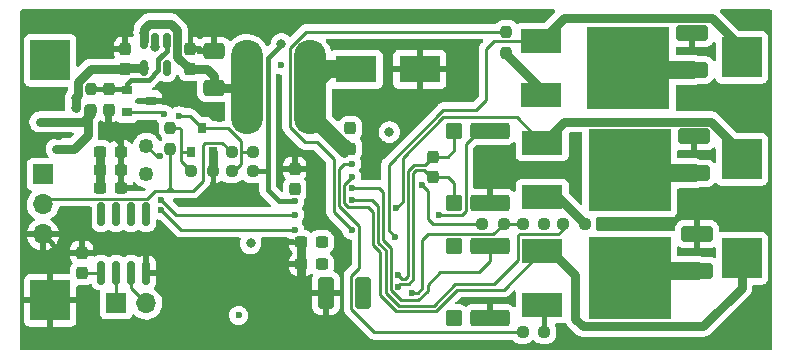
<source format=gbl>
G04 #@! TF.GenerationSoftware,KiCad,Pcbnew,6.0.6-1.fc36*
G04 #@! TF.CreationDate,2022-08-14T11:42:17+02:00*
G04 #@! TF.ProjectId,esc_brushless,6573635f-6272-4757-9368-6c6573732e6b,1.1.0*
G04 #@! TF.SameCoordinates,Original*
G04 #@! TF.FileFunction,Copper,L4,Bot*
G04 #@! TF.FilePolarity,Positive*
%FSLAX46Y46*%
G04 Gerber Fmt 4.6, Leading zero omitted, Abs format (unit mm)*
G04 Created by KiCad (PCBNEW 6.0.6-1.fc36) date 2022-08-14 11:42:17*
%MOMM*%
%LPD*%
G01*
G04 APERTURE LIST*
G04 Aperture macros list*
%AMRoundRect*
0 Rectangle with rounded corners*
0 $1 Rounding radius*
0 $2 $3 $4 $5 $6 $7 $8 $9 X,Y pos of 4 corners*
0 Add a 4 corners polygon primitive as box body*
4,1,4,$2,$3,$4,$5,$6,$7,$8,$9,$2,$3,0*
0 Add four circle primitives for the rounded corners*
1,1,$1+$1,$2,$3*
1,1,$1+$1,$4,$5*
1,1,$1+$1,$6,$7*
1,1,$1+$1,$8,$9*
0 Add four rect primitives between the rounded corners*
20,1,$1+$1,$2,$3,$4,$5,0*
20,1,$1+$1,$4,$5,$6,$7,0*
20,1,$1+$1,$6,$7,$8,$9,0*
20,1,$1+$1,$8,$9,$2,$3,0*%
G04 Aperture macros list end*
G04 #@! TA.AperFunction,ComponentPad*
%ADD10R,3.400000X3.400000*%
G04 #@! TD*
G04 #@! TA.AperFunction,ComponentPad*
%ADD11O,1.700000X1.700000*%
G04 #@! TD*
G04 #@! TA.AperFunction,ComponentPad*
%ADD12R,1.700000X1.700000*%
G04 #@! TD*
G04 #@! TA.AperFunction,SMDPad,CuDef*
%ADD13RoundRect,0.237500X-0.237500X0.300000X-0.237500X-0.300000X0.237500X-0.300000X0.237500X0.300000X0*%
G04 #@! TD*
G04 #@! TA.AperFunction,SMDPad,CuDef*
%ADD14RoundRect,0.249998X1.100002X-0.412502X1.100002X0.412502X-1.100002X0.412502X-1.100002X-0.412502X0*%
G04 #@! TD*
G04 #@! TA.AperFunction,SMDPad,CuDef*
%ADD15RoundRect,0.249998X0.412502X1.100002X-0.412502X1.100002X-0.412502X-1.100002X0.412502X-1.100002X0*%
G04 #@! TD*
G04 #@! TA.AperFunction,SMDPad,CuDef*
%ADD16RoundRect,0.237500X0.300000X0.237500X-0.300000X0.237500X-0.300000X-0.237500X0.300000X-0.237500X0*%
G04 #@! TD*
G04 #@! TA.AperFunction,SMDPad,CuDef*
%ADD17RoundRect,0.237500X0.237500X-0.300000X0.237500X0.300000X-0.237500X0.300000X-0.237500X-0.300000X0*%
G04 #@! TD*
G04 #@! TA.AperFunction,SMDPad,CuDef*
%ADD18RoundRect,0.249998X0.650002X-0.412502X0.650002X0.412502X-0.650002X0.412502X-0.650002X-0.412502X0*%
G04 #@! TD*
G04 #@! TA.AperFunction,SMDPad,CuDef*
%ADD19RoundRect,0.237500X-0.300000X-0.237500X0.300000X-0.237500X0.300000X0.237500X-0.300000X0.237500X0*%
G04 #@! TD*
G04 #@! TA.AperFunction,SMDPad,CuDef*
%ADD20R,3.500000X2.300000*%
G04 #@! TD*
G04 #@! TA.AperFunction,SMDPad,CuDef*
%ADD21O,2.700000X8.000000*%
G04 #@! TD*
G04 #@! TA.AperFunction,SMDPad,CuDef*
%ADD22R,3.500000X2.000000*%
G04 #@! TD*
G04 #@! TA.AperFunction,SMDPad,CuDef*
%ADD23R,7.000000X7.000000*%
G04 #@! TD*
G04 #@! TA.AperFunction,SMDPad,CuDef*
%ADD24R,0.800000X0.900000*%
G04 #@! TD*
G04 #@! TA.AperFunction,SMDPad,CuDef*
%ADD25R,0.900000X0.800000*%
G04 #@! TD*
G04 #@! TA.AperFunction,SMDPad,CuDef*
%ADD26RoundRect,0.237500X-0.250000X-0.237500X0.250000X-0.237500X0.250000X0.237500X-0.250000X0.237500X0*%
G04 #@! TD*
G04 #@! TA.AperFunction,SMDPad,CuDef*
%ADD27RoundRect,0.237500X0.250000X0.237500X-0.250000X0.237500X-0.250000X-0.237500X0.250000X-0.237500X0*%
G04 #@! TD*
G04 #@! TA.AperFunction,SMDPad,CuDef*
%ADD28RoundRect,0.237500X0.237500X-0.250000X0.237500X0.250000X-0.237500X0.250000X-0.237500X-0.250000X0*%
G04 #@! TD*
G04 #@! TA.AperFunction,SMDPad,CuDef*
%ADD29RoundRect,0.237500X-0.237500X0.250000X-0.237500X-0.250000X0.237500X-0.250000X0.237500X0.250000X0*%
G04 #@! TD*
G04 #@! TA.AperFunction,SMDPad,CuDef*
%ADD30O,1.250000X1.250000*%
G04 #@! TD*
G04 #@! TA.AperFunction,SMDPad,CuDef*
%ADD31RoundRect,0.150000X-0.150000X0.512500X-0.150000X-0.512500X0.150000X-0.512500X0.150000X0.512500X0*%
G04 #@! TD*
G04 #@! TA.AperFunction,SMDPad,CuDef*
%ADD32RoundRect,0.150000X-0.150000X0.825000X-0.150000X-0.825000X0.150000X-0.825000X0.150000X0.825000X0*%
G04 #@! TD*
G04 #@! TA.AperFunction,SMDPad,CuDef*
%ADD33RoundRect,0.250600X-0.449400X0.449400X-0.449400X-0.449400X0.449400X-0.449400X0.449400X0.449400X0*%
G04 #@! TD*
G04 #@! TA.AperFunction,SMDPad,CuDef*
%ADD34RoundRect,0.249999X-1.425001X0.450001X-1.425001X-0.450001X1.425001X-0.450001X1.425001X0.450001X0*%
G04 #@! TD*
G04 #@! TA.AperFunction,ViaPad*
%ADD35C,0.600000*%
G04 #@! TD*
G04 #@! TA.AperFunction,ViaPad*
%ADD36C,0.800000*%
G04 #@! TD*
G04 #@! TA.AperFunction,Conductor*
%ADD37C,0.381000*%
G04 #@! TD*
G04 #@! TA.AperFunction,Conductor*
%ADD38C,0.762000*%
G04 #@! TD*
G04 #@! TA.AperFunction,Conductor*
%ADD39C,0.250000*%
G04 #@! TD*
G04 #@! TA.AperFunction,Conductor*
%ADD40C,1.524000*%
G04 #@! TD*
G04 APERTURE END LIST*
D10*
X79883000Y-55626000D03*
X79883000Y-75946000D03*
D11*
X79248000Y-70358000D03*
X79248000Y-67818000D03*
D12*
X79248000Y-65278000D03*
D11*
X88011000Y-76200000D03*
D12*
X85471000Y-76200000D03*
D10*
X138430000Y-64008000D03*
X138430000Y-55372000D03*
X138430000Y-72390000D03*
D13*
X112268000Y-65505500D03*
X112268000Y-63780500D03*
D14*
X134366000Y-62064500D03*
X134366000Y-65189500D03*
X134239000Y-53301500D03*
X134239000Y-56426500D03*
D15*
X103212500Y-75311000D03*
X106337500Y-75311000D03*
D16*
X101118500Y-72898000D03*
X102843500Y-72898000D03*
D17*
X105283000Y-61367500D03*
X105283000Y-63092500D03*
D13*
X100584000Y-66521500D03*
X100584000Y-64796500D03*
D18*
X93726000Y-54825500D03*
X93726000Y-57950500D03*
D19*
X85825500Y-63373000D03*
X84100500Y-63373000D03*
X85825500Y-66421000D03*
X84100500Y-66421000D03*
X85825500Y-64897000D03*
X84100500Y-64897000D03*
D13*
X84836000Y-59790500D03*
X84836000Y-58065500D03*
D17*
X91694000Y-54636500D03*
X91694000Y-56361500D03*
X86233000Y-54636500D03*
X86233000Y-56361500D03*
X82550000Y-71908500D03*
X82550000Y-73633500D03*
D20*
X111158000Y-56388000D03*
X105758000Y-56388000D03*
D21*
X96537000Y-57912000D03*
X101837000Y-57912000D03*
D22*
X121536000Y-62617000D03*
D23*
X128936000Y-64897000D03*
D22*
X121536000Y-67197000D03*
X121409000Y-53981000D03*
D23*
X128809000Y-56261000D03*
D22*
X121409000Y-58561000D03*
D24*
X92710000Y-61357000D03*
X91760000Y-63357000D03*
X93660000Y-63357000D03*
D25*
X88376000Y-59055000D03*
X86376000Y-58105000D03*
X86376000Y-60005000D03*
D26*
X121689500Y-69469000D03*
X119864500Y-69469000D03*
D27*
X123293500Y-69469000D03*
X125118500Y-69469000D03*
D28*
X118491000Y-53189500D03*
X118491000Y-55014500D03*
D26*
X97051500Y-63373000D03*
X95226500Y-63373000D03*
D29*
X90043000Y-63142500D03*
X90043000Y-61317500D03*
D27*
X91797500Y-65024000D03*
X93622500Y-65024000D03*
D26*
X97051500Y-65024000D03*
X95226500Y-65024000D03*
D29*
X83312000Y-59840500D03*
X83312000Y-58015500D03*
D30*
X88011000Y-65278000D03*
D31*
X87823000Y-56255500D03*
X89723000Y-56255500D03*
X89723000Y-53980500D03*
X88773000Y-53980500D03*
X87823000Y-53980500D03*
D32*
X84201000Y-73595000D03*
X85471000Y-73595000D03*
X86741000Y-73595000D03*
X88011000Y-73595000D03*
X88011000Y-68645000D03*
X86741000Y-68645000D03*
X85471000Y-68645000D03*
X84201000Y-68645000D03*
D33*
X114046000Y-67691000D03*
X114046000Y-61595000D03*
D34*
X117094000Y-67693000D03*
X117094000Y-61593000D03*
D27*
X119864500Y-78613000D03*
X121689500Y-78613000D03*
D22*
X121536000Y-71761000D03*
D23*
X128936000Y-74041000D03*
D22*
X121536000Y-76341000D03*
D14*
X134620000Y-70319500D03*
X134620000Y-73444500D03*
D27*
X116435500Y-69469000D03*
X118260500Y-69469000D03*
D16*
X101118500Y-70993000D03*
X102843500Y-70993000D03*
D30*
X88011000Y-62865000D03*
D33*
X114046000Y-77470000D03*
X114046000Y-71374000D03*
D34*
X117094000Y-77472000D03*
X117094000Y-71372000D03*
D35*
X117856000Y-77343000D03*
X85852000Y-66421000D03*
X94170500Y-66738500D03*
X99314000Y-51816000D03*
X78486000Y-51816000D03*
X103251000Y-75692000D03*
X100584000Y-64770000D03*
D36*
X88773000Y-54483000D03*
D35*
X133731000Y-62230000D03*
X133477000Y-53276500D03*
X116840000Y-64516000D03*
X91567000Y-51816000D03*
X138938000Y-79629000D03*
X116205000Y-67691000D03*
X92075000Y-72263000D03*
X116332000Y-77343000D03*
X123063000Y-64897000D03*
X121666000Y-69469000D03*
X80645000Y-62103000D03*
X138430000Y-51816000D03*
X117094000Y-51816000D03*
X134937500Y-53276500D03*
X126873000Y-69469000D03*
X103251000Y-74930000D03*
X101092000Y-74168000D03*
X140462000Y-59436000D03*
X135064500Y-62230000D03*
X109728000Y-79629000D03*
X140462000Y-68072000D03*
X115316000Y-56506750D03*
X95377000Y-79629000D03*
X94234000Y-60579000D03*
X117856000Y-67691000D03*
X105410000Y-66421000D03*
X116332000Y-71501000D03*
X117856000Y-71501000D03*
X116205000Y-61595000D03*
X117856000Y-61595000D03*
X112785010Y-68707000D03*
X134366000Y-65278000D03*
X106426000Y-75819000D03*
X133438500Y-56515000D03*
D36*
X108585000Y-61695500D03*
D35*
X134239000Y-56515000D03*
X106426000Y-74930000D03*
X134581500Y-73444500D03*
X133692500Y-73444500D03*
X133438500Y-65278000D03*
X102870000Y-70993000D03*
X102870000Y-72898000D03*
X109106250Y-70598750D03*
X109156500Y-68135500D03*
X105410000Y-65532000D03*
X104775000Y-62611000D03*
X104775000Y-63500000D03*
X105283000Y-61341000D03*
X100584000Y-66421000D03*
X83058000Y-60452000D03*
X83058000Y-59626500D03*
X94107000Y-58102500D03*
X82550000Y-73660000D03*
X80391000Y-63119000D03*
X99441000Y-56007000D03*
D36*
X87823000Y-53274000D03*
D35*
X78994000Y-60833000D03*
D36*
X99441000Y-54229000D03*
D35*
X84074000Y-65532000D03*
D36*
X96837500Y-71120000D03*
X82042000Y-59690000D03*
D35*
X84074000Y-66294000D03*
X111315500Y-66167000D03*
X84074000Y-64643000D03*
X100584000Y-67564000D03*
X95821500Y-77216000D03*
D36*
X82042000Y-58801000D03*
D35*
X90805000Y-60325000D03*
X89535000Y-60198000D03*
X110490000Y-75311000D03*
X105410000Y-64389000D03*
X105410000Y-67437000D03*
X105410000Y-69977000D03*
X88011000Y-65278000D03*
X89154000Y-63754000D03*
X84201000Y-68707000D03*
X100584000Y-68707000D03*
X89281000Y-67437000D03*
X89281000Y-68326000D03*
X100584000Y-69977000D03*
X85471000Y-68707000D03*
X86741000Y-68707000D03*
X88011000Y-68707000D03*
X114046000Y-71501000D03*
X114046000Y-77343000D03*
X109347000Y-73787000D03*
X109347000Y-74803000D03*
D37*
X88773000Y-54419500D02*
X88773000Y-53980500D01*
X85825500Y-66421000D02*
X85825500Y-64897000D01*
D38*
X101092000Y-72924500D02*
X101118500Y-72898000D01*
X93660000Y-63357000D02*
X93660000Y-64986500D01*
D37*
X80798500Y-71908500D02*
X79248000Y-70358000D01*
D38*
X101092000Y-74168000D02*
X101092000Y-72924500D01*
D37*
X84709000Y-61595000D02*
X84709000Y-59790500D01*
D38*
X101118500Y-70993000D02*
X101118500Y-72898000D01*
D37*
X85825500Y-63373000D02*
X85825500Y-62711500D01*
X85825500Y-62711500D02*
X84709000Y-61595000D01*
D38*
X93660000Y-64986500D02*
X93622500Y-65024000D01*
D37*
X82550000Y-71908500D02*
X80798500Y-71908500D01*
X85825500Y-64897000D02*
X85825500Y-63373000D01*
D39*
X108081489Y-66802000D02*
X108081489Y-70870489D01*
X116205000Y-73533000D02*
X117094000Y-72644000D01*
X108712000Y-75093002D02*
X109554999Y-75936001D01*
X107700489Y-66421000D02*
X108081489Y-66802000D01*
X109554999Y-75936001D02*
X111009409Y-75936001D01*
X112903000Y-73533000D02*
X116205000Y-73533000D01*
X117094000Y-72644000D02*
X117094000Y-71245000D01*
X111829009Y-75116401D02*
X111829010Y-74606990D01*
X105410000Y-66421000D02*
X107700489Y-66421000D01*
X108081489Y-70870489D02*
X108712000Y-71501000D01*
X108712000Y-71501000D02*
X108712000Y-75093002D01*
X111009409Y-75936001D02*
X111829009Y-75116401D01*
X111829010Y-74606990D02*
X112903000Y-73533000D01*
X112785010Y-68716010D02*
X114733828Y-68716010D01*
X114733828Y-68716010D02*
X115071010Y-68378828D01*
X115071010Y-62728990D02*
X116205000Y-61595000D01*
X115071010Y-68378828D02*
X115071010Y-62728990D01*
D40*
X134366000Y-65189500D02*
X133438500Y-65189500D01*
X133438500Y-65189500D02*
X129228500Y-65189500D01*
X134581500Y-73444500D02*
X133692500Y-73444500D01*
X133692500Y-73444500D02*
X129532500Y-73444500D01*
X134239000Y-56426500D02*
X133438500Y-56426500D01*
X133438500Y-56426500D02*
X128974500Y-56426500D01*
X129532500Y-73444500D02*
X128936000Y-74041000D01*
D38*
X130573000Y-53975000D02*
X130559000Y-53961000D01*
D40*
X134620000Y-73444500D02*
X134581500Y-73444500D01*
D38*
X130559000Y-53961000D02*
X130559000Y-53978000D01*
D40*
X128974500Y-56426500D02*
X128809000Y-56261000D01*
D39*
X113164590Y-59817000D02*
X115951000Y-59817000D01*
X117447990Y-54002010D02*
X121387990Y-54002010D01*
D38*
X138430000Y-55372000D02*
X138430000Y-54610000D01*
D39*
X115951000Y-59817000D02*
X116782010Y-58985990D01*
D38*
X138049000Y-54229000D02*
X136398000Y-52578000D01*
X138049000Y-55372000D02*
X138049000Y-54229000D01*
D39*
X116782010Y-54667990D02*
X117447990Y-54002010D01*
X116782010Y-58985990D02*
X116782010Y-56318990D01*
D38*
X136398000Y-52578000D02*
X135877990Y-52057990D01*
D39*
X109106250Y-70598750D02*
X108531499Y-70023999D01*
D38*
X138430000Y-54610000D02*
X136398000Y-52578000D01*
D39*
X108531499Y-70023999D02*
X108531499Y-64450091D01*
X121387990Y-54002010D02*
X121409000Y-53981000D01*
X116782010Y-56318990D02*
X116782010Y-54667990D01*
D38*
X123332010Y-52057990D02*
X121409000Y-53981000D01*
D39*
X108531499Y-64450091D02*
X113164590Y-59817000D01*
D38*
X135877990Y-52057990D02*
X123332010Y-52057990D01*
X138430000Y-63440772D02*
X136681614Y-61692386D01*
X135805227Y-60815999D02*
X123337001Y-60815999D01*
X138176000Y-64008000D02*
X138176000Y-63186772D01*
D39*
X121536000Y-62617000D02*
X119375500Y-60456500D01*
D38*
X136681614Y-61692386D02*
X135805227Y-60815999D01*
X123337001Y-60815999D02*
X121536000Y-62617000D01*
X138430000Y-64008000D02*
X138430000Y-63440772D01*
D39*
X109716980Y-67575020D02*
X109716981Y-63901019D01*
X119375500Y-60456500D02*
X113161500Y-60456500D01*
X109716981Y-63901019D02*
X113161500Y-60456500D01*
D38*
X138176000Y-63186772D02*
X136681614Y-61692386D01*
D39*
X109156500Y-68135500D02*
X109716980Y-67575020D01*
X104784999Y-66157001D02*
X104784999Y-67737001D01*
D38*
X121536000Y-71761000D02*
X122307000Y-71761000D01*
X124333000Y-73787000D02*
X124333000Y-75057000D01*
D39*
X107181469Y-68446469D02*
X106807000Y-68072000D01*
X107811980Y-71873800D02*
X107250090Y-71311910D01*
X107811980Y-75465802D02*
X107811980Y-71873800D01*
X105119998Y-68072000D02*
X106807000Y-68072000D01*
D38*
X124971199Y-78122001D02*
X124333000Y-77483802D01*
X124333000Y-77483802D02*
X124333000Y-75057000D01*
D39*
X105410000Y-65532000D02*
X104784999Y-66157001D01*
X107250090Y-71311910D02*
X107181469Y-71243289D01*
X112522390Y-76836020D02*
X109182197Y-76836019D01*
D38*
X138430000Y-72390000D02*
X138430000Y-74852000D01*
X124333000Y-75057000D02*
X124333000Y-74422000D01*
D39*
X109182197Y-76836019D02*
X107811980Y-75465802D01*
X107181469Y-71243289D02*
X107181469Y-68446469D01*
D38*
X138430000Y-74852000D02*
X135159999Y-78122001D01*
X135159999Y-78122001D02*
X124971199Y-78122001D01*
D39*
X121536000Y-71761000D02*
X118268290Y-75028710D01*
D38*
X122307000Y-71761000D02*
X124333000Y-73787000D01*
D39*
X118268290Y-75028710D02*
X114329700Y-75028710D01*
X114329700Y-75028710D02*
X112522390Y-76836020D01*
X104784999Y-67737001D02*
X105119998Y-68072000D01*
D40*
X105758000Y-56388000D02*
X103361000Y-56388000D01*
D38*
X104775000Y-63500000D02*
X101837000Y-60562000D01*
X104775000Y-62611000D02*
X104801500Y-62611000D01*
X101837000Y-60562000D02*
X101837000Y-57912000D01*
X104801500Y-62611000D02*
X105283000Y-63092500D01*
D40*
X103361000Y-56388000D02*
X101837000Y-57912000D01*
D38*
X104775000Y-62611000D02*
X104775000Y-63500000D01*
X104775000Y-62611000D02*
X101837000Y-59673000D01*
X101837000Y-59673000D02*
X101837000Y-57912000D01*
X87823000Y-53274000D02*
X87823000Y-52956500D01*
D39*
X82550000Y-73633500D02*
X84162500Y-73633500D01*
D38*
X94322500Y-57950500D02*
X96498500Y-57950500D01*
X93726000Y-56959500D02*
X93726000Y-57950500D01*
X90637990Y-53045990D02*
X90637990Y-55305490D01*
X82677000Y-60833000D02*
X81661000Y-60833000D01*
X88265000Y-52514500D02*
X90106500Y-52514500D01*
X93726000Y-57950500D02*
X94322500Y-57950500D01*
X80518000Y-60833000D02*
X78994000Y-60833000D01*
D39*
X84162500Y-73633500D02*
X84201000Y-73595000D01*
D38*
X87823000Y-53980500D02*
X87823000Y-53274000D01*
X93128000Y-56361500D02*
X93726000Y-56959500D01*
X91694000Y-56361500D02*
X93128000Y-56361500D01*
X81915000Y-63119000D02*
X83058000Y-61976000D01*
X83058000Y-60452000D02*
X82677000Y-60833000D01*
X90637990Y-55305490D02*
X91694000Y-56361500D01*
X83058000Y-60452000D02*
X83058000Y-59626500D01*
X83058000Y-61976000D02*
X83058000Y-60452000D01*
X82319500Y-60833000D02*
X81661000Y-60833000D01*
X83312000Y-59840500D02*
X83312000Y-60198000D01*
X90106500Y-52514500D02*
X90637990Y-53045990D01*
X81661000Y-60833000D02*
X80518000Y-60833000D01*
X87823000Y-52956500D02*
X88265000Y-52514500D01*
X80391000Y-63119000D02*
X81915000Y-63119000D01*
X83312000Y-60198000D02*
X83058000Y-60452000D01*
D37*
X98277510Y-55455990D02*
X98277510Y-64940010D01*
D39*
X111823500Y-66992500D02*
X111823500Y-69024500D01*
X111823500Y-66675000D02*
X111823500Y-66992500D01*
X111823500Y-69024500D02*
X112268000Y-69469000D01*
X116435500Y-69469000D02*
X112268000Y-69469000D01*
D38*
X84074000Y-66294000D02*
X84074000Y-64643000D01*
X82042000Y-58801000D02*
X82255990Y-58587010D01*
D39*
X111823500Y-66802000D02*
X111823500Y-66992500D01*
D37*
X98277510Y-65044490D02*
X98277510Y-66591010D01*
D38*
X82042000Y-59690000D02*
X82042000Y-58801000D01*
D37*
X99504500Y-54229000D02*
X98277510Y-55455990D01*
D38*
X82255990Y-57426460D02*
X83320950Y-56361500D01*
X87823000Y-56255500D02*
X86339000Y-56255500D01*
X83320950Y-56361500D02*
X86233000Y-56361500D01*
D37*
X98277510Y-66591010D02*
X99250500Y-67564000D01*
D38*
X86339000Y-56255500D02*
X86233000Y-56361500D01*
D37*
X98257020Y-65024000D02*
X98277510Y-65044490D01*
D39*
X111315500Y-66167000D02*
X111823500Y-66675000D01*
D37*
X98277510Y-64940010D02*
X98277510Y-65044490D01*
X97051500Y-65024000D02*
X98257020Y-65024000D01*
X99250500Y-67564000D02*
X100584000Y-67564000D01*
D38*
X82255990Y-58587010D02*
X82255990Y-57426460D01*
X84100500Y-63500000D02*
X84100500Y-65024000D01*
D39*
X89723000Y-54921232D02*
X89090500Y-55553732D01*
D37*
X89723000Y-54828602D02*
X89032490Y-55519112D01*
X88196888Y-57308510D02*
X86711632Y-57308510D01*
X89723000Y-53980500D02*
X89723000Y-54828602D01*
X86209500Y-58065500D02*
X86249000Y-58105000D01*
X84659000Y-58015500D02*
X84709000Y-58065500D01*
X86711632Y-57308510D02*
X86583321Y-57436821D01*
X83185000Y-58015500D02*
X84659000Y-58015500D01*
X89032490Y-56472908D02*
X88196888Y-57308510D01*
X89032490Y-55519112D02*
X89032490Y-56472908D01*
X86376000Y-58105000D02*
X86376000Y-57644142D01*
X84709000Y-58065500D02*
X86209500Y-58065500D01*
X86315000Y-58039000D02*
X86249000Y-58105000D01*
X86376000Y-57644142D02*
X86583321Y-57436821D01*
D39*
X90043000Y-63142500D02*
X90043000Y-66421000D01*
X79721010Y-67344990D02*
X88103010Y-67344990D01*
X94435499Y-62581999D02*
X92999999Y-62581999D01*
X90043000Y-66421000D02*
X90043000Y-66675000D01*
X92999999Y-62581999D02*
X92809990Y-62772008D01*
X95226500Y-63373000D02*
X94435499Y-62581999D01*
X90043000Y-66421000D02*
X90297000Y-66675000D01*
X91948000Y-66675000D02*
X92809990Y-65813010D01*
X79248000Y-67818000D02*
X79721010Y-67344990D01*
X90297000Y-66675000D02*
X91948000Y-66675000D01*
X92809990Y-62772008D02*
X92809990Y-64996990D01*
X88773000Y-66675000D02*
X89789000Y-66675000D01*
X90043000Y-66675000D02*
X90297000Y-66675000D01*
X88103010Y-67344990D02*
X88773000Y-66675000D01*
X92809990Y-65813010D02*
X92809990Y-64996990D01*
X90043000Y-66421000D02*
X89789000Y-66675000D01*
X89789000Y-66675000D02*
X90043000Y-66675000D01*
X85471000Y-73595000D02*
X85471000Y-76200000D01*
X86741000Y-74930000D02*
X88011000Y-76200000D01*
X86741000Y-73595000D02*
X86741000Y-74930000D01*
D37*
X121689500Y-78613000D02*
X121689500Y-76494500D01*
X121689500Y-76494500D02*
X121536000Y-76341000D01*
D38*
X122846500Y-67197000D02*
X121536000Y-67197000D01*
X125118500Y-69469000D02*
X122846500Y-67197000D01*
X121409000Y-58036000D02*
X121409000Y-58561000D01*
X118491000Y-55014500D02*
X118491000Y-55118000D01*
X118491000Y-55118000D02*
X121409000Y-58036000D01*
D39*
X90948000Y-63357000D02*
X90934999Y-63370001D01*
X91797500Y-65024000D02*
X90934999Y-64161499D01*
X91760000Y-63357000D02*
X90948000Y-63357000D01*
X90934999Y-64161499D02*
X90934999Y-63370001D01*
X90934999Y-63370001D02*
X90934999Y-61470999D01*
X90934999Y-61470999D02*
X90781500Y-61317500D01*
X90170000Y-61317500D02*
X90781500Y-61317500D01*
X92710000Y-61357000D02*
X94963179Y-61357000D01*
X95400500Y-65024000D02*
X95896750Y-64527750D01*
X96039010Y-62432832D02*
X95447839Y-61841661D01*
X96039010Y-64385490D02*
X95896750Y-64527750D01*
X97051500Y-63373000D02*
X96075500Y-63373000D01*
X96039010Y-63336510D02*
X96039010Y-63019010D01*
X94963179Y-61357000D02*
X95447839Y-61841661D01*
X90805000Y-60325000D02*
X91678000Y-60325000D01*
X91678000Y-60325000D02*
X92710000Y-61357000D01*
X95226500Y-65024000D02*
X95400500Y-65024000D01*
X96075500Y-63373000D02*
X96039010Y-63336510D01*
X96039010Y-63019010D02*
X96039010Y-64385490D01*
X96039010Y-63019010D02*
X96039010Y-62432832D01*
X86249000Y-60005000D02*
X89342000Y-60005000D01*
X89342000Y-60005000D02*
X89535000Y-60198000D01*
X111379000Y-74930000D02*
X111379000Y-70866000D01*
X110998000Y-75311000D02*
X111379000Y-74930000D01*
X110490000Y-75311000D02*
X110998000Y-75311000D01*
X111379000Y-70866000D02*
X111898010Y-70346990D01*
X118260500Y-69469000D02*
X119864500Y-69469000D01*
X111898010Y-70346990D02*
X117382510Y-70346990D01*
X117382510Y-70346990D02*
X118260500Y-69469000D01*
X119853490Y-78624010D02*
X107324820Y-78624010D01*
X104584500Y-64579500D02*
X104648000Y-64516000D01*
X104334989Y-67115011D02*
X104334989Y-64829011D01*
X104334990Y-67923402D02*
X106035001Y-69623413D01*
X104457500Y-64706500D02*
X104584500Y-64579500D01*
X104775000Y-64389000D02*
X105410000Y-64389000D01*
X107324820Y-78624010D02*
X105349990Y-76649180D01*
X104334989Y-67115011D02*
X104334990Y-67923402D01*
X105349990Y-73853990D02*
X106035001Y-73168979D01*
X105349990Y-76649180D02*
X105349990Y-73853990D01*
X106035001Y-69623413D02*
X106035001Y-69859999D01*
X106035001Y-73168979D02*
X106035001Y-69859999D01*
X104648000Y-64516000D02*
X104775000Y-64389000D01*
X104334989Y-67923401D02*
X104334989Y-67115011D01*
X104334989Y-64829011D02*
X104648000Y-64516000D01*
X119864500Y-78613000D02*
X119853490Y-78624010D01*
X107123479Y-67437000D02*
X107631479Y-67945000D01*
X119460999Y-72563001D02*
X119460999Y-70500999D01*
X119603998Y-70358000D02*
X122879500Y-70358000D01*
X108261990Y-71687400D02*
X108261990Y-75279402D01*
X105410000Y-67437000D02*
X107123479Y-67437000D01*
X117475000Y-74549000D02*
X119460999Y-72563001D01*
X123293500Y-69944000D02*
X123293500Y-69469000D01*
X119460999Y-70500999D02*
X119603998Y-70358000D01*
X107631479Y-67945000D02*
X107631479Y-71056889D01*
X114173000Y-74549000D02*
X117475000Y-74549000D01*
X112335990Y-76386010D02*
X114173000Y-74549000D01*
X108261990Y-75279402D02*
X109368598Y-76386010D01*
X109368598Y-76386010D02*
X112335990Y-76386010D01*
X107631479Y-71056889D02*
X108261990Y-71687400D01*
X122879500Y-70358000D02*
X123293500Y-69944000D01*
X100161990Y-54568189D02*
X101540679Y-53189500D01*
X101453679Y-62547500D02*
X100161990Y-61255811D01*
X102423458Y-62547500D02*
X102171500Y-62547500D01*
X103884979Y-64009021D02*
X102423458Y-62547500D01*
X103354500Y-53189500D02*
X117451500Y-53189500D01*
X100161990Y-61255811D02*
X100161990Y-54568189D01*
X101540679Y-53189500D02*
X103354500Y-53189500D01*
X102171500Y-62547500D02*
X101453679Y-62547500D01*
X105410000Y-69977000D02*
X103884979Y-68451979D01*
X103884979Y-68451979D02*
X103884979Y-64009021D01*
X118491000Y-53189500D02*
X117451500Y-53189500D01*
X88900000Y-63754000D02*
X88011000Y-62865000D01*
X89154000Y-63754000D02*
X88900000Y-63754000D01*
X90551000Y-68707000D02*
X89281000Y-67437000D01*
X100584000Y-68707000D02*
X90551000Y-68707000D01*
X90932000Y-69977000D02*
X100584000Y-69977000D01*
X89281000Y-68326000D02*
X90932000Y-69977000D01*
X111601510Y-64446990D02*
X112268000Y-63780500D01*
X112268000Y-63780500D02*
X113511500Y-63780500D01*
X109912285Y-74099695D02*
X110166990Y-73844990D01*
X109347000Y-73787000D02*
X109659695Y-74099695D01*
X110166990Y-70923990D02*
X110166990Y-64964600D01*
X110166990Y-71314600D02*
X110166990Y-73844990D01*
X113511500Y-63780500D02*
X114046000Y-63246000D01*
X110166990Y-71374000D02*
X110166990Y-70923990D01*
X110166990Y-64964600D02*
X110684600Y-64446990D01*
X110166990Y-70923990D02*
X110166990Y-71314600D01*
X109659695Y-74099695D02*
X109912285Y-74099695D01*
X114046000Y-63246000D02*
X114046000Y-61595000D01*
X110684600Y-64446990D02*
X111601510Y-64446990D01*
X112294500Y-65532000D02*
X112268000Y-65505500D01*
X112268000Y-65505500D02*
X112114500Y-65505500D01*
X110617000Y-74169410D02*
X110617000Y-73406000D01*
X109473295Y-74549705D02*
X110236705Y-74549705D01*
X110617000Y-71501000D02*
X110617000Y-73406000D01*
X110617000Y-65151000D02*
X110617000Y-71501000D01*
X112114500Y-65505500D02*
X111506000Y-64897000D01*
X113538000Y-65532000D02*
X112294500Y-65532000D01*
X109347000Y-74676000D02*
X109473295Y-74549705D01*
X109347000Y-74803000D02*
X109347000Y-74676000D01*
X114046000Y-66040000D02*
X113538000Y-65532000D01*
X114046000Y-67691000D02*
X114046000Y-66040000D01*
X111506000Y-64897000D02*
X110871000Y-64897000D01*
X110871000Y-64897000D02*
X110617000Y-65151000D01*
X110236705Y-74549705D02*
X110617000Y-74169410D01*
G04 #@! TA.AperFunction,Conductor*
G36*
X122587488Y-51328502D02*
G01*
X122633981Y-51382158D01*
X122644085Y-51452432D01*
X122614591Y-51517012D01*
X122608462Y-51523595D01*
X121696462Y-52435595D01*
X121634150Y-52469621D01*
X121607367Y-52472500D01*
X119610866Y-52472500D01*
X119548684Y-52479255D01*
X119459123Y-52512830D01*
X119388315Y-52518013D01*
X119325946Y-52484092D01*
X119319595Y-52476975D01*
X119317116Y-52472969D01*
X119275127Y-52431053D01*
X119199184Y-52355242D01*
X119199179Y-52355238D01*
X119194003Y-52350071D01*
X119099521Y-52291831D01*
X119052150Y-52262631D01*
X119052148Y-52262630D01*
X119045920Y-52258791D01*
X118880809Y-52204026D01*
X118873973Y-52203326D01*
X118873970Y-52203325D01*
X118822474Y-52198049D01*
X118778072Y-52193500D01*
X118203928Y-52193500D01*
X118200682Y-52193837D01*
X118200678Y-52193837D01*
X118106765Y-52203581D01*
X118106761Y-52203582D01*
X118099907Y-52204293D01*
X118093371Y-52206474D01*
X118093369Y-52206474D01*
X117960605Y-52250768D01*
X117934893Y-52259346D01*
X117786969Y-52350884D01*
X117664071Y-52473997D01*
X117660233Y-52480224D01*
X117660231Y-52480226D01*
X117650436Y-52496116D01*
X117597664Y-52543609D01*
X117543176Y-52556000D01*
X101619447Y-52556000D01*
X101608264Y-52555473D01*
X101600771Y-52553798D01*
X101592845Y-52554047D01*
X101592844Y-52554047D01*
X101532681Y-52555938D01*
X101528723Y-52556000D01*
X101500823Y-52556000D01*
X101496833Y-52556504D01*
X101484999Y-52557436D01*
X101440790Y-52558826D01*
X101433174Y-52561039D01*
X101433172Y-52561039D01*
X101421331Y-52564479D01*
X101401972Y-52568488D01*
X101400662Y-52568654D01*
X101381882Y-52571026D01*
X101374516Y-52573942D01*
X101374510Y-52573944D01*
X101340777Y-52587300D01*
X101329547Y-52591145D01*
X101302520Y-52598997D01*
X101287086Y-52603481D01*
X101280263Y-52607516D01*
X101269645Y-52613795D01*
X101251892Y-52622492D01*
X101247412Y-52624266D01*
X101233062Y-52629948D01*
X101226647Y-52634609D01*
X101197291Y-52655937D01*
X101187374Y-52662451D01*
X101149317Y-52684958D01*
X101134996Y-52699279D01*
X101119963Y-52712119D01*
X101103572Y-52724028D01*
X101098522Y-52730132D01*
X101098517Y-52730137D01*
X101075386Y-52758098D01*
X101067396Y-52766879D01*
X100256006Y-53578268D01*
X100193694Y-53612293D01*
X100122878Y-53607228D01*
X100073277Y-53573484D01*
X100052253Y-53550134D01*
X99897752Y-53437882D01*
X99891724Y-53435198D01*
X99891722Y-53435197D01*
X99729319Y-53362891D01*
X99729318Y-53362891D01*
X99723288Y-53360206D01*
X99629887Y-53340353D01*
X99542944Y-53321872D01*
X99542939Y-53321872D01*
X99536487Y-53320500D01*
X99345513Y-53320500D01*
X99339061Y-53321872D01*
X99339056Y-53321872D01*
X99252112Y-53340353D01*
X99158712Y-53360206D01*
X99152682Y-53362891D01*
X99152681Y-53362891D01*
X98990278Y-53435197D01*
X98990276Y-53435198D01*
X98984248Y-53437882D01*
X98829747Y-53550134D01*
X98825326Y-53555044D01*
X98825325Y-53555045D01*
X98714757Y-53677844D01*
X98701960Y-53692056D01*
X98666508Y-53753460D01*
X98618853Y-53836002D01*
X98606473Y-53857444D01*
X98593349Y-53897834D01*
X98550127Y-54030859D01*
X98547458Y-54039072D01*
X98546768Y-54045637D01*
X98533514Y-54171741D01*
X98506501Y-54237398D01*
X98497299Y-54247666D01*
X98359769Y-54385196D01*
X98297457Y-54419222D01*
X98226642Y-54414157D01*
X98169806Y-54371610D01*
X98160526Y-54357284D01*
X98098507Y-54245630D01*
X98098504Y-54245625D01*
X98096286Y-54241632D01*
X97932657Y-54027227D01*
X97739792Y-53838688D01*
X97521730Y-53679966D01*
X97415101Y-53623866D01*
X97287079Y-53556510D01*
X97287073Y-53556507D01*
X97283039Y-53554385D01*
X97278734Y-53552865D01*
X97278730Y-53552863D01*
X97033033Y-53466098D01*
X97033032Y-53466098D01*
X97028720Y-53464575D01*
X96879667Y-53435197D01*
X96768572Y-53413300D01*
X96768566Y-53413299D01*
X96764100Y-53412419D01*
X96759547Y-53412192D01*
X96759544Y-53412192D01*
X96499292Y-53399236D01*
X96499286Y-53399236D01*
X96494723Y-53399009D01*
X96226231Y-53424625D01*
X96221797Y-53425710D01*
X96221791Y-53425711D01*
X95996780Y-53480771D01*
X95964250Y-53488731D01*
X95714267Y-53589985D01*
X95585712Y-53665257D01*
X95493863Y-53719037D01*
X95481518Y-53726265D01*
X95378957Y-53808285D01*
X95296199Y-53874469D01*
X95270881Y-53894716D01*
X95195025Y-53975919D01*
X95188378Y-53983035D01*
X95127259Y-54019160D01*
X95056312Y-54016507D01*
X94998062Y-53975919D01*
X94989159Y-53963325D01*
X94977937Y-53945190D01*
X94968901Y-53933791D01*
X94854172Y-53819262D01*
X94842761Y-53810250D01*
X94704759Y-53725184D01*
X94691578Y-53719037D01*
X94537292Y-53667862D01*
X94523916Y-53664995D01*
X94429564Y-53655328D01*
X94423147Y-53655000D01*
X93998115Y-53655000D01*
X93982876Y-53659475D01*
X93981671Y-53660865D01*
X93980000Y-53668548D01*
X93980000Y-54953500D01*
X93959998Y-55021621D01*
X93906342Y-55068114D01*
X93854000Y-55079500D01*
X92404000Y-55079500D01*
X92335879Y-55059498D01*
X92289386Y-55005842D01*
X92278000Y-54953500D01*
X92278000Y-54908615D01*
X92273525Y-54893376D01*
X92272135Y-54892171D01*
X92264452Y-54890500D01*
X91653490Y-54890500D01*
X91585369Y-54870498D01*
X91538876Y-54816842D01*
X91527490Y-54764500D01*
X91527490Y-54364385D01*
X91948000Y-54364385D01*
X91952475Y-54379624D01*
X91953865Y-54380829D01*
X91961548Y-54382500D01*
X92591000Y-54382500D01*
X92659121Y-54402502D01*
X92705614Y-54456158D01*
X92717000Y-54508500D01*
X92717000Y-54553385D01*
X92721475Y-54568624D01*
X92722865Y-54569829D01*
X92730548Y-54571500D01*
X93453885Y-54571500D01*
X93469124Y-54567025D01*
X93470329Y-54565635D01*
X93472000Y-54557952D01*
X93472000Y-53673116D01*
X93467525Y-53657877D01*
X93466135Y-53656672D01*
X93458452Y-53655001D01*
X93028903Y-53655001D01*
X93022384Y-53655338D01*
X92926792Y-53665257D01*
X92913398Y-53668149D01*
X92759215Y-53719588D01*
X92746036Y-53725762D01*
X92601964Y-53814916D01*
X92600252Y-53812149D01*
X92547828Y-53833333D01*
X92478072Y-53820123D01*
X92446427Y-53797116D01*
X92401871Y-53752637D01*
X92390460Y-53743625D01*
X92254937Y-53660088D01*
X92241759Y-53653944D01*
X92090234Y-53603685D01*
X92076868Y-53600819D01*
X91984230Y-53591328D01*
X91977815Y-53591000D01*
X91966115Y-53591000D01*
X91950876Y-53595475D01*
X91949671Y-53596865D01*
X91948000Y-53604548D01*
X91948000Y-54364385D01*
X91527490Y-54364385D01*
X91527490Y-53125915D01*
X91529041Y-53106204D01*
X91530132Y-53099317D01*
X91530132Y-53099315D01*
X91531164Y-53092800D01*
X91528210Y-53036425D01*
X91527663Y-53025998D01*
X91527490Y-53019404D01*
X91527490Y-52999370D01*
X91525396Y-52979444D01*
X91524879Y-52972870D01*
X91521724Y-52912671D01*
X91521724Y-52912668D01*
X91521378Y-52906075D01*
X91517866Y-52892967D01*
X91514265Y-52873534D01*
X91513536Y-52866604D01*
X91513535Y-52866600D01*
X91512845Y-52860034D01*
X91492168Y-52796398D01*
X91490297Y-52790081D01*
X91472984Y-52725465D01*
X91466824Y-52713375D01*
X91459259Y-52695111D01*
X91457109Y-52688494D01*
X91457107Y-52688489D01*
X91455065Y-52682205D01*
X91421614Y-52624266D01*
X91418468Y-52618471D01*
X91391096Y-52564752D01*
X91391094Y-52564749D01*
X91388096Y-52558865D01*
X91383938Y-52553730D01*
X91379557Y-52548319D01*
X91368362Y-52532031D01*
X91367412Y-52530385D01*
X91361575Y-52520275D01*
X91316817Y-52470566D01*
X91312533Y-52465551D01*
X91302002Y-52452546D01*
X91301999Y-52452542D01*
X91299927Y-52449984D01*
X91285780Y-52435837D01*
X91281239Y-52431053D01*
X91240875Y-52386224D01*
X91240873Y-52386223D01*
X91236460Y-52381321D01*
X91225472Y-52373338D01*
X91210444Y-52360501D01*
X90791989Y-51942046D01*
X90779152Y-51927018D01*
X90771169Y-51916030D01*
X90721437Y-51871251D01*
X90716653Y-51866710D01*
X90702506Y-51852563D01*
X90686946Y-51839963D01*
X90681925Y-51835675D01*
X90637119Y-51795330D01*
X90637115Y-51795327D01*
X90632215Y-51790915D01*
X90626505Y-51787619D01*
X90626502Y-51787616D01*
X90620455Y-51784125D01*
X90604170Y-51772932D01*
X90593625Y-51764393D01*
X90534018Y-51734022D01*
X90528224Y-51730876D01*
X90522475Y-51727557D01*
X90470285Y-51697425D01*
X90457375Y-51693230D01*
X90439114Y-51685666D01*
X90427024Y-51679506D01*
X90362406Y-51662191D01*
X90356082Y-51660318D01*
X90347481Y-51657523D01*
X90292456Y-51639645D01*
X90285889Y-51638955D01*
X90285885Y-51638954D01*
X90280212Y-51638358D01*
X90278970Y-51638228D01*
X90259528Y-51634625D01*
X90254261Y-51633214D01*
X90252793Y-51632820D01*
X90252792Y-51632820D01*
X90246415Y-51631111D01*
X90239818Y-51630765D01*
X90239816Y-51630765D01*
X90179613Y-51627610D01*
X90173039Y-51627093D01*
X90156395Y-51625344D01*
X90156391Y-51625344D01*
X90153120Y-51625000D01*
X90133093Y-51625000D01*
X90126499Y-51624827D01*
X90066282Y-51621671D01*
X90066278Y-51621671D01*
X90059690Y-51621326D01*
X90053175Y-51622358D01*
X90053173Y-51622358D01*
X90046286Y-51623449D01*
X90026575Y-51625000D01*
X88344924Y-51625000D01*
X88325213Y-51623449D01*
X88318326Y-51622358D01*
X88318324Y-51622358D01*
X88311809Y-51621326D01*
X88305222Y-51621671D01*
X88305217Y-51621671D01*
X88245007Y-51624827D01*
X88238413Y-51625000D01*
X88218380Y-51625000D01*
X88215106Y-51625344D01*
X88215107Y-51625344D01*
X88198454Y-51627094D01*
X88191880Y-51627611D01*
X88131681Y-51630766D01*
X88131678Y-51630766D01*
X88125085Y-51631112D01*
X88118706Y-51632821D01*
X88118707Y-51632821D01*
X88111977Y-51634624D01*
X88092544Y-51638225D01*
X88085614Y-51638954D01*
X88085610Y-51638955D01*
X88079044Y-51639645D01*
X88015408Y-51660322D01*
X88009101Y-51662190D01*
X87944475Y-51679506D01*
X87938588Y-51682506D01*
X87938587Y-51682506D01*
X87932385Y-51685666D01*
X87914121Y-51693231D01*
X87907504Y-51695381D01*
X87907499Y-51695383D01*
X87901215Y-51697425D01*
X87847436Y-51728474D01*
X87843276Y-51730876D01*
X87837481Y-51734022D01*
X87783762Y-51761394D01*
X87783759Y-51761396D01*
X87777875Y-51764394D01*
X87772743Y-51768550D01*
X87772740Y-51768552D01*
X87767329Y-51772933D01*
X87751044Y-51784126D01*
X87739285Y-51790915D01*
X87734378Y-51795333D01*
X87734377Y-51795334D01*
X87689576Y-51835673D01*
X87684561Y-51839957D01*
X87671559Y-51850486D01*
X87668994Y-51852563D01*
X87654847Y-51866710D01*
X87650063Y-51871251D01*
X87600331Y-51916030D01*
X87592348Y-51927018D01*
X87579511Y-51942046D01*
X87250546Y-52271011D01*
X87235518Y-52283848D01*
X87224530Y-52291831D01*
X87220117Y-52296733D01*
X87220115Y-52296734D01*
X87179751Y-52341563D01*
X87175210Y-52346347D01*
X87161063Y-52360494D01*
X87158986Y-52363059D01*
X87148463Y-52376054D01*
X87144181Y-52381068D01*
X87130669Y-52396075D01*
X87103830Y-52425881D01*
X87103827Y-52425885D01*
X87099415Y-52430785D01*
X87096119Y-52436495D01*
X87096116Y-52436498D01*
X87092625Y-52442545D01*
X87081432Y-52458830D01*
X87072893Y-52469375D01*
X87042523Y-52528980D01*
X87039376Y-52534776D01*
X87005925Y-52592715D01*
X87003884Y-52598997D01*
X87001731Y-52605623D01*
X86994167Y-52623884D01*
X86988006Y-52635976D01*
X86980911Y-52662453D01*
X86970691Y-52700594D01*
X86968818Y-52706918D01*
X86948145Y-52770544D01*
X86947455Y-52777111D01*
X86947454Y-52777115D01*
X86946728Y-52784029D01*
X86943125Y-52803472D01*
X86939611Y-52816585D01*
X86939265Y-52823182D01*
X86939265Y-52823184D01*
X86936110Y-52883387D01*
X86935593Y-52889961D01*
X86934570Y-52899697D01*
X86933500Y-52909880D01*
X86933500Y-52929907D01*
X86933327Y-52936501D01*
X86931077Y-52979444D01*
X86929826Y-53003310D01*
X86930858Y-53009825D01*
X86930858Y-53009827D01*
X86931949Y-53016714D01*
X86933500Y-53036425D01*
X86933500Y-53055133D01*
X86930936Y-53079523D01*
X86929458Y-53084072D01*
X86928768Y-53090633D01*
X86928768Y-53090635D01*
X86920400Y-53170255D01*
X86909496Y-53274000D01*
X86910186Y-53280565D01*
X86925398Y-53425295D01*
X86929458Y-53463928D01*
X86930936Y-53468477D01*
X86933500Y-53492867D01*
X86933500Y-53530063D01*
X86913498Y-53598184D01*
X86859842Y-53644677D01*
X86789568Y-53654781D01*
X86767833Y-53649656D01*
X86629235Y-53603685D01*
X86615868Y-53600819D01*
X86523230Y-53591328D01*
X86516815Y-53591000D01*
X86505115Y-53591000D01*
X86489876Y-53595475D01*
X86488671Y-53596865D01*
X86487000Y-53604548D01*
X86487000Y-54764500D01*
X86466998Y-54832621D01*
X86413342Y-54879114D01*
X86361000Y-54890500D01*
X85268115Y-54890500D01*
X85252876Y-54894975D01*
X85251671Y-54896365D01*
X85250000Y-54904048D01*
X85250000Y-54982766D01*
X85250337Y-54989282D01*
X85260075Y-55083132D01*
X85262968Y-55096528D01*
X85313488Y-55247953D01*
X85319652Y-55261113D01*
X85331152Y-55279696D01*
X85349990Y-55348148D01*
X85328829Y-55415918D01*
X85274389Y-55461489D01*
X85224008Y-55472000D01*
X83400875Y-55472000D01*
X83381164Y-55470449D01*
X83374277Y-55469358D01*
X83374275Y-55469358D01*
X83367760Y-55468326D01*
X83361172Y-55468671D01*
X83361168Y-55468671D01*
X83300951Y-55471827D01*
X83294357Y-55472000D01*
X83274330Y-55472000D01*
X83271059Y-55472344D01*
X83271055Y-55472344D01*
X83254411Y-55474093D01*
X83247837Y-55474610D01*
X83187634Y-55477765D01*
X83187632Y-55477765D01*
X83181035Y-55478111D01*
X83167922Y-55481625D01*
X83148480Y-55485228D01*
X83147238Y-55485358D01*
X83141565Y-55485954D01*
X83141561Y-55485955D01*
X83134994Y-55486645D01*
X83079969Y-55504523D01*
X83071368Y-55507318D01*
X83065044Y-55509191D01*
X83000426Y-55526506D01*
X82988334Y-55532667D01*
X82970075Y-55540230D01*
X82957165Y-55544425D01*
X82910325Y-55571468D01*
X82899226Y-55577876D01*
X82893430Y-55581023D01*
X82833825Y-55611393D01*
X82823280Y-55619932D01*
X82806995Y-55631125D01*
X82800948Y-55634616D01*
X82800945Y-55634619D01*
X82795235Y-55637915D01*
X82790335Y-55642327D01*
X82790331Y-55642330D01*
X82780939Y-55650787D01*
X82748184Y-55680281D01*
X82745525Y-55682675D01*
X82740504Y-55686963D01*
X82724944Y-55699563D01*
X82710797Y-55713710D01*
X82706013Y-55718251D01*
X82656281Y-55763030D01*
X82648298Y-55774018D01*
X82635461Y-55789046D01*
X82306595Y-56117912D01*
X82244283Y-56151938D01*
X82173468Y-56146873D01*
X82116632Y-56104326D01*
X82091821Y-56037806D01*
X82091500Y-56028817D01*
X82091500Y-54364385D01*
X85250000Y-54364385D01*
X85254475Y-54379624D01*
X85255865Y-54380829D01*
X85263548Y-54382500D01*
X85960885Y-54382500D01*
X85976124Y-54378025D01*
X85977329Y-54376635D01*
X85979000Y-54368952D01*
X85979000Y-53609115D01*
X85974525Y-53593876D01*
X85973135Y-53592671D01*
X85965452Y-53591000D01*
X85949234Y-53591000D01*
X85942718Y-53591337D01*
X85848868Y-53601075D01*
X85835472Y-53603968D01*
X85684047Y-53654488D01*
X85670885Y-53660653D01*
X85535508Y-53744426D01*
X85524110Y-53753460D01*
X85411637Y-53866129D01*
X85402625Y-53877540D01*
X85319088Y-54013063D01*
X85312944Y-54026241D01*
X85262685Y-54177766D01*
X85259819Y-54191132D01*
X85250328Y-54283770D01*
X85250000Y-54290185D01*
X85250000Y-54364385D01*
X82091500Y-54364385D01*
X82091500Y-53877866D01*
X82084745Y-53815684D01*
X82033615Y-53679295D01*
X81946261Y-53562739D01*
X81829705Y-53475385D01*
X81693316Y-53424255D01*
X81631134Y-53417500D01*
X78134866Y-53417500D01*
X78072684Y-53424255D01*
X77936295Y-53475385D01*
X77819739Y-53562739D01*
X77732385Y-53679295D01*
X77681255Y-53815684D01*
X77674500Y-53877866D01*
X77674500Y-57374134D01*
X77681255Y-57436316D01*
X77732385Y-57572705D01*
X77819739Y-57689261D01*
X77936295Y-57776615D01*
X78072684Y-57827745D01*
X78134866Y-57834500D01*
X81240490Y-57834500D01*
X81308611Y-57854502D01*
X81355104Y-57908158D01*
X81366490Y-57960500D01*
X81366490Y-58145132D01*
X81346488Y-58213253D01*
X81334127Y-58229441D01*
X81302960Y-58264056D01*
X81299657Y-58269777D01*
X81218621Y-58410136D01*
X81207473Y-58429444D01*
X81148458Y-58611072D01*
X81128496Y-58801000D01*
X81129186Y-58807565D01*
X81145421Y-58962029D01*
X81148458Y-58990928D01*
X81149936Y-58995477D01*
X81152500Y-59019867D01*
X81152500Y-59471133D01*
X81149936Y-59495523D01*
X81148458Y-59500072D01*
X81147768Y-59506633D01*
X81147768Y-59506635D01*
X81131386Y-59662500D01*
X81128496Y-59690000D01*
X81129186Y-59696565D01*
X81140512Y-59804330D01*
X81127740Y-59874168D01*
X81079237Y-59926015D01*
X81015202Y-59943500D01*
X78947380Y-59943500D01*
X78837197Y-59955081D01*
X78814608Y-59957455D01*
X78814607Y-59957455D01*
X78808044Y-59958145D01*
X78801766Y-59960185D01*
X78801765Y-59960185D01*
X78790978Y-59963690D01*
X78630215Y-60015925D01*
X78624493Y-60019228D01*
X78624492Y-60019229D01*
X78596272Y-60035522D01*
X78468285Y-60109415D01*
X78463378Y-60113833D01*
X78463377Y-60113834D01*
X78336015Y-60228512D01*
X78329331Y-60234530D01*
X78325452Y-60239869D01*
X78297740Y-60278012D01*
X78219427Y-60385800D01*
X78216743Y-60391828D01*
X78216742Y-60391830D01*
X78149108Y-60543739D01*
X78143375Y-60556615D01*
X78127668Y-60630512D01*
X78113449Y-60697410D01*
X78104500Y-60739510D01*
X78104500Y-60926490D01*
X78143375Y-61109385D01*
X78146060Y-61115414D01*
X78146060Y-61115416D01*
X78213887Y-61267756D01*
X78219427Y-61280200D01*
X78223307Y-61285541D01*
X78223308Y-61285542D01*
X78237860Y-61305571D01*
X78329331Y-61431470D01*
X78334233Y-61435883D01*
X78334234Y-61435885D01*
X78411629Y-61505572D01*
X78468285Y-61556585D01*
X78630215Y-61650075D01*
X78665359Y-61661494D01*
X78801765Y-61705815D01*
X78801766Y-61705815D01*
X78808044Y-61707855D01*
X78814607Y-61708545D01*
X78814608Y-61708545D01*
X78837197Y-61710919D01*
X78947380Y-61722500D01*
X81749367Y-61722500D01*
X81817488Y-61742502D01*
X81863981Y-61796158D01*
X81874085Y-61866432D01*
X81844591Y-61931012D01*
X81838462Y-61937595D01*
X81583462Y-62192595D01*
X81521150Y-62226621D01*
X81494367Y-62229500D01*
X80344380Y-62229500D01*
X80240028Y-62240468D01*
X80211608Y-62243455D01*
X80211607Y-62243455D01*
X80205044Y-62244145D01*
X80198766Y-62246185D01*
X80198765Y-62246185D01*
X80146143Y-62263283D01*
X80027215Y-62301925D01*
X80021493Y-62305228D01*
X80021492Y-62305229D01*
X79911727Y-62368602D01*
X79865285Y-62395415D01*
X79860378Y-62399833D01*
X79860377Y-62399834D01*
X79778127Y-62473893D01*
X79726331Y-62520530D01*
X79722452Y-62525869D01*
X79630539Y-62652377D01*
X79616427Y-62671800D01*
X79613743Y-62677828D01*
X79613742Y-62677830D01*
X79557732Y-62803631D01*
X79540375Y-62842615D01*
X79521502Y-62931405D01*
X79505053Y-63008796D01*
X79501500Y-63025510D01*
X79501500Y-63212490D01*
X79502872Y-63218943D01*
X79502872Y-63218947D01*
X79508408Y-63244991D01*
X79540375Y-63395385D01*
X79543060Y-63401414D01*
X79543060Y-63401416D01*
X79609809Y-63551335D01*
X79616427Y-63566200D01*
X79620307Y-63571541D01*
X79620308Y-63571542D01*
X79726331Y-63717470D01*
X79724438Y-63718846D01*
X79750521Y-63773193D01*
X79741759Y-63843647D01*
X79696298Y-63898180D01*
X79626168Y-63919500D01*
X78349866Y-63919500D01*
X78287684Y-63926255D01*
X78151295Y-63977385D01*
X78034739Y-64064739D01*
X77947385Y-64181295D01*
X77896255Y-64317684D01*
X77889500Y-64379866D01*
X77889500Y-66176134D01*
X77896255Y-66238316D01*
X77947385Y-66374705D01*
X78034739Y-66491261D01*
X78151295Y-66578615D01*
X78159704Y-66581767D01*
X78159705Y-66581768D01*
X78268451Y-66622535D01*
X78325216Y-66665176D01*
X78349916Y-66731738D01*
X78334709Y-66801087D01*
X78315316Y-66827568D01*
X78188629Y-66960138D01*
X78185715Y-66964410D01*
X78185714Y-66964411D01*
X78161838Y-66999412D01*
X78062743Y-67144680D01*
X78042653Y-67187960D01*
X77973506Y-67336926D01*
X77968688Y-67347305D01*
X77908989Y-67562570D01*
X77885251Y-67784695D01*
X77885548Y-67789848D01*
X77885548Y-67789851D01*
X77893953Y-67935614D01*
X77898110Y-68007715D01*
X77899247Y-68012761D01*
X77899248Y-68012767D01*
X77920275Y-68106069D01*
X77947222Y-68225639D01*
X77985461Y-68319811D01*
X78011961Y-68385072D01*
X78031266Y-68432616D01*
X78077042Y-68507316D01*
X78104024Y-68551346D01*
X78147987Y-68623088D01*
X78294250Y-68791938D01*
X78466126Y-68934632D01*
X78474190Y-68939344D01*
X78539955Y-68977774D01*
X78588679Y-69029412D01*
X78601750Y-69099195D01*
X78575019Y-69164967D01*
X78534562Y-69198327D01*
X78526457Y-69202546D01*
X78517738Y-69208036D01*
X78347433Y-69335905D01*
X78339726Y-69342748D01*
X78192590Y-69496717D01*
X78186104Y-69504727D01*
X78066098Y-69680649D01*
X78061000Y-69689623D01*
X77971338Y-69882783D01*
X77967775Y-69892470D01*
X77912389Y-70092183D01*
X77913912Y-70100607D01*
X77926292Y-70104000D01*
X80566344Y-70104000D01*
X80579875Y-70100027D01*
X80581180Y-70090947D01*
X80539214Y-69923875D01*
X80535894Y-69914124D01*
X80450972Y-69718814D01*
X80446105Y-69709739D01*
X80330426Y-69530926D01*
X80324136Y-69522757D01*
X80180806Y-69365240D01*
X80173273Y-69358215D01*
X80006139Y-69226222D01*
X79997556Y-69220520D01*
X79960602Y-69200120D01*
X79910631Y-69149687D01*
X79895859Y-69080245D01*
X79920975Y-69013839D01*
X79948327Y-68987232D01*
X79971797Y-68970491D01*
X80127860Y-68859173D01*
X80136296Y-68850767D01*
X80246565Y-68740882D01*
X80286096Y-68701489D01*
X80345594Y-68618689D01*
X80413435Y-68524277D01*
X80416453Y-68520077D01*
X80426643Y-68499460D01*
X80513136Y-68324453D01*
X80513137Y-68324451D01*
X80515430Y-68319811D01*
X80580370Y-68106069D01*
X80582743Y-68088045D01*
X80611465Y-68023117D01*
X80670729Y-67984025D01*
X80707665Y-67978490D01*
X83266500Y-67978490D01*
X83334621Y-67998492D01*
X83381114Y-68052148D01*
X83392500Y-68104490D01*
X83392500Y-68647845D01*
X83391506Y-68663637D01*
X83387463Y-68695640D01*
X83390416Y-68725757D01*
X83391899Y-68740882D01*
X83392500Y-68753177D01*
X83392500Y-69536502D01*
X83392693Y-69538950D01*
X83392693Y-69538958D01*
X83394064Y-69556370D01*
X83395438Y-69573831D01*
X83418030Y-69651594D01*
X83434923Y-69709739D01*
X83441855Y-69733601D01*
X83445892Y-69740427D01*
X83522509Y-69869980D01*
X83522511Y-69869983D01*
X83526547Y-69876807D01*
X83644193Y-69994453D01*
X83651017Y-69998489D01*
X83651020Y-69998491D01*
X83719949Y-70039255D01*
X83787399Y-70079145D01*
X83795010Y-70081356D01*
X83795012Y-70081357D01*
X83847231Y-70096528D01*
X83947169Y-70125562D01*
X83953574Y-70126066D01*
X83953579Y-70126067D01*
X83982042Y-70128307D01*
X83982050Y-70128307D01*
X83984498Y-70128500D01*
X84417502Y-70128500D01*
X84419950Y-70128307D01*
X84419958Y-70128307D01*
X84448421Y-70126067D01*
X84448426Y-70126066D01*
X84454831Y-70125562D01*
X84554769Y-70096528D01*
X84606988Y-70081357D01*
X84606990Y-70081356D01*
X84614601Y-70079145D01*
X84757807Y-69994453D01*
X84760489Y-69991771D01*
X84824861Y-69966498D01*
X84894484Y-69980400D01*
X84910312Y-69990572D01*
X84914193Y-69994453D01*
X85057399Y-70079145D01*
X85065010Y-70081356D01*
X85065012Y-70081357D01*
X85117231Y-70096528D01*
X85217169Y-70125562D01*
X85223574Y-70126066D01*
X85223579Y-70126067D01*
X85252042Y-70128307D01*
X85252050Y-70128307D01*
X85254498Y-70128500D01*
X85687502Y-70128500D01*
X85689950Y-70128307D01*
X85689958Y-70128307D01*
X85718421Y-70126067D01*
X85718426Y-70126066D01*
X85724831Y-70125562D01*
X85824769Y-70096528D01*
X85876988Y-70081357D01*
X85876990Y-70081356D01*
X85884601Y-70079145D01*
X86027807Y-69994453D01*
X86030489Y-69991771D01*
X86094861Y-69966498D01*
X86164484Y-69980400D01*
X86180312Y-69990572D01*
X86184193Y-69994453D01*
X86327399Y-70079145D01*
X86335010Y-70081356D01*
X86335012Y-70081357D01*
X86387231Y-70096528D01*
X86487169Y-70125562D01*
X86493574Y-70126066D01*
X86493579Y-70126067D01*
X86522042Y-70128307D01*
X86522050Y-70128307D01*
X86524498Y-70128500D01*
X86957502Y-70128500D01*
X86959950Y-70128307D01*
X86959958Y-70128307D01*
X86988421Y-70126067D01*
X86988426Y-70126066D01*
X86994831Y-70125562D01*
X87094769Y-70096528D01*
X87146988Y-70081357D01*
X87146990Y-70081356D01*
X87154601Y-70079145D01*
X87297807Y-69994453D01*
X87300489Y-69991771D01*
X87364861Y-69966498D01*
X87434484Y-69980400D01*
X87450312Y-69990572D01*
X87454193Y-69994453D01*
X87597399Y-70079145D01*
X87605010Y-70081356D01*
X87605012Y-70081357D01*
X87657231Y-70096528D01*
X87757169Y-70125562D01*
X87763574Y-70126066D01*
X87763579Y-70126067D01*
X87792042Y-70128307D01*
X87792050Y-70128307D01*
X87794498Y-70128500D01*
X88227502Y-70128500D01*
X88229950Y-70128307D01*
X88229958Y-70128307D01*
X88258421Y-70126067D01*
X88258426Y-70126066D01*
X88264831Y-70125562D01*
X88364769Y-70096528D01*
X88416988Y-70081357D01*
X88416990Y-70081356D01*
X88424601Y-70079145D01*
X88492051Y-70039255D01*
X88560980Y-69998491D01*
X88560983Y-69998489D01*
X88567807Y-69994453D01*
X88685453Y-69876807D01*
X88689489Y-69869983D01*
X88689491Y-69869980D01*
X88766108Y-69740427D01*
X88770145Y-69733601D01*
X88777078Y-69709739D01*
X88793970Y-69651594D01*
X88816562Y-69573831D01*
X88817937Y-69556370D01*
X88819307Y-69538958D01*
X88819307Y-69538950D01*
X88819500Y-69536502D01*
X88819500Y-69198308D01*
X88839502Y-69130187D01*
X88893158Y-69083694D01*
X88963432Y-69073590D01*
X88989414Y-69080209D01*
X89084168Y-69115448D01*
X89091153Y-69116380D01*
X89091157Y-69116381D01*
X89126087Y-69121041D01*
X89146187Y-69123723D01*
X89211063Y-69152558D01*
X89218617Y-69159521D01*
X90428343Y-70369247D01*
X90435887Y-70377537D01*
X90440000Y-70384018D01*
X90445777Y-70389443D01*
X90489667Y-70430658D01*
X90492509Y-70433413D01*
X90512231Y-70453135D01*
X90515355Y-70455558D01*
X90515359Y-70455562D01*
X90515424Y-70455612D01*
X90524445Y-70463317D01*
X90556679Y-70493586D01*
X90563627Y-70497405D01*
X90563629Y-70497407D01*
X90574432Y-70503346D01*
X90590959Y-70514202D01*
X90600698Y-70521757D01*
X90600700Y-70521758D01*
X90606960Y-70526614D01*
X90647540Y-70544174D01*
X90658188Y-70549391D01*
X90678294Y-70560444D01*
X90696940Y-70570695D01*
X90704616Y-70572666D01*
X90704619Y-70572667D01*
X90716562Y-70575733D01*
X90735267Y-70582137D01*
X90753855Y-70590181D01*
X90761678Y-70591420D01*
X90761688Y-70591423D01*
X90797524Y-70597099D01*
X90809144Y-70599505D01*
X90826271Y-70603902D01*
X90851970Y-70610500D01*
X90872224Y-70610500D01*
X90891934Y-70612051D01*
X90911943Y-70615220D01*
X90919835Y-70614474D01*
X90931263Y-70613394D01*
X90955962Y-70611059D01*
X90967819Y-70610500D01*
X95874370Y-70610500D01*
X95942491Y-70630502D01*
X95988984Y-70684158D01*
X95999088Y-70754432D01*
X95994205Y-70775430D01*
X95943958Y-70930072D01*
X95923996Y-71120000D01*
X95924686Y-71126565D01*
X95942730Y-71298241D01*
X95943958Y-71309928D01*
X96002973Y-71491556D01*
X96098460Y-71656944D01*
X96102878Y-71661851D01*
X96102879Y-71661852D01*
X96148360Y-71712364D01*
X96226247Y-71798866D01*
X96380748Y-71911118D01*
X96386776Y-71913802D01*
X96386778Y-71913803D01*
X96536237Y-71980346D01*
X96555212Y-71988794D01*
X96648612Y-72008647D01*
X96735556Y-72027128D01*
X96735561Y-72027128D01*
X96742013Y-72028500D01*
X96932987Y-72028500D01*
X96939439Y-72027128D01*
X96939444Y-72027128D01*
X97026388Y-72008647D01*
X97119788Y-71988794D01*
X97138763Y-71980346D01*
X97288222Y-71913803D01*
X97288224Y-71913802D01*
X97294252Y-71911118D01*
X97448753Y-71798866D01*
X97526640Y-71712364D01*
X97572121Y-71661852D01*
X97572122Y-71661851D01*
X97576540Y-71656944D01*
X97672027Y-71491556D01*
X97731042Y-71309928D01*
X97732271Y-71298241D01*
X97750314Y-71126565D01*
X97751004Y-71120000D01*
X97731042Y-70930072D01*
X97680797Y-70775435D01*
X97678769Y-70704469D01*
X97715432Y-70643671D01*
X97779144Y-70612346D01*
X97800630Y-70610500D01*
X99947000Y-70610500D01*
X100015121Y-70630502D01*
X100061614Y-70684158D01*
X100065946Y-70704074D01*
X100067896Y-70703502D01*
X100077475Y-70736124D01*
X100078865Y-70737329D01*
X100086548Y-70739000D01*
X100290693Y-70739000D01*
X100334608Y-70746901D01*
X100387168Y-70766448D01*
X100466168Y-70776989D01*
X100559980Y-70789507D01*
X100559984Y-70789507D01*
X100566961Y-70790438D01*
X100573972Y-70789800D01*
X100573976Y-70789800D01*
X100716459Y-70776832D01*
X100747600Y-70773998D01*
X100754302Y-70771820D01*
X100754304Y-70771820D01*
X100836333Y-70745167D01*
X100875269Y-70739000D01*
X101246500Y-70739000D01*
X101314621Y-70759002D01*
X101361114Y-70812658D01*
X101372500Y-70865000D01*
X101372500Y-73862885D01*
X101376975Y-73878124D01*
X101378365Y-73879329D01*
X101386048Y-73881000D01*
X101464766Y-73881000D01*
X101471282Y-73880663D01*
X101565132Y-73870925D01*
X101578528Y-73868032D01*
X101729953Y-73817512D01*
X101743115Y-73811347D01*
X101878492Y-73727574D01*
X101889894Y-73718536D01*
X101891567Y-73716861D01*
X101892993Y-73716081D01*
X101895627Y-73713993D01*
X101895984Y-73714444D01*
X101953849Y-73682781D01*
X102024669Y-73687784D01*
X102069754Y-73716701D01*
X102072812Y-73719754D01*
X102072817Y-73719758D01*
X102077997Y-73724929D01*
X102079932Y-73726122D01*
X102119793Y-73782347D01*
X102123024Y-73853270D01*
X102114832Y-73876562D01*
X102106037Y-73895422D01*
X102054862Y-74049708D01*
X102051995Y-74063084D01*
X102042328Y-74157436D01*
X102042000Y-74163853D01*
X102042000Y-75038885D01*
X102046475Y-75054124D01*
X102047865Y-75055329D01*
X102055548Y-75057000D01*
X104364884Y-75057000D01*
X104380123Y-75052525D01*
X104381328Y-75051135D01*
X104382999Y-75043452D01*
X104382999Y-74163903D01*
X104382662Y-74157384D01*
X104372743Y-74061792D01*
X104369851Y-74048398D01*
X104318412Y-73894215D01*
X104312238Y-73881036D01*
X104226937Y-73743190D01*
X104217901Y-73731791D01*
X104103172Y-73617262D01*
X104091761Y-73608250D01*
X103953759Y-73523184D01*
X103940578Y-73517037D01*
X103936176Y-73515577D01*
X103877817Y-73475146D01*
X103850580Y-73409582D01*
X103856251Y-73356317D01*
X103870784Y-73312500D01*
X103878974Y-73287809D01*
X103879700Y-73280729D01*
X103889172Y-73188271D01*
X103889500Y-73185072D01*
X103889500Y-72610928D01*
X103888189Y-72598293D01*
X103879419Y-72513765D01*
X103879418Y-72513761D01*
X103878707Y-72506907D01*
X103823654Y-72341893D01*
X103732116Y-72193969D01*
X103715437Y-72177319D01*
X103614184Y-72076242D01*
X103614179Y-72076238D01*
X103609003Y-72071071D01*
X103602769Y-72067228D01*
X103579211Y-72052706D01*
X103531718Y-71999933D01*
X103520296Y-71929861D01*
X103548570Y-71864738D01*
X103579021Y-71838306D01*
X103610031Y-71819116D01*
X103623427Y-71805697D01*
X103727758Y-71701184D01*
X103727762Y-71701179D01*
X103732929Y-71696003D01*
X103744603Y-71677065D01*
X103820369Y-71554150D01*
X103820370Y-71554148D01*
X103824209Y-71547920D01*
X103878974Y-71382809D01*
X103889500Y-71280072D01*
X103889500Y-70705928D01*
X103884583Y-70658540D01*
X103879419Y-70608765D01*
X103879418Y-70608761D01*
X103878707Y-70601907D01*
X103875210Y-70591423D01*
X103825972Y-70443841D01*
X103823654Y-70436893D01*
X103798777Y-70396691D01*
X103735970Y-70295197D01*
X103732116Y-70288969D01*
X103687841Y-70244771D01*
X103614184Y-70171242D01*
X103614179Y-70171238D01*
X103609003Y-70166071D01*
X103597756Y-70159138D01*
X103467150Y-70078631D01*
X103467148Y-70078630D01*
X103460920Y-70074791D01*
X103295809Y-70020026D01*
X103288973Y-70019326D01*
X103288970Y-70019325D01*
X103222333Y-70012498D01*
X103193072Y-70009500D01*
X102493928Y-70009500D01*
X102490682Y-70009837D01*
X102490678Y-70009837D01*
X102396765Y-70019581D01*
X102396761Y-70019582D01*
X102389907Y-70020293D01*
X102383371Y-70022474D01*
X102383369Y-70022474D01*
X102281996Y-70056295D01*
X102224893Y-70075346D01*
X102076969Y-70166884D01*
X102071797Y-70172065D01*
X102069727Y-70174139D01*
X102067962Y-70175105D01*
X102066059Y-70176613D01*
X102065801Y-70176287D01*
X102007446Y-70208219D01*
X101936625Y-70203218D01*
X101891530Y-70174292D01*
X101888869Y-70171636D01*
X101877460Y-70162625D01*
X101741937Y-70079088D01*
X101728759Y-70072944D01*
X101577234Y-70022685D01*
X101563867Y-70019819D01*
X101501591Y-70013438D01*
X101435864Y-69986596D01*
X101395082Y-69928481D01*
X101389219Y-69902139D01*
X101378182Y-69803744D01*
X101377397Y-69796745D01*
X101348579Y-69713991D01*
X101320064Y-69632106D01*
X101320062Y-69632103D01*
X101317745Y-69625448D01*
X101281486Y-69567421D01*
X101225359Y-69477598D01*
X101221626Y-69471624D01*
X101211679Y-69461607D01*
X101181979Y-69431699D01*
X101148172Y-69369268D01*
X101153484Y-69298470D01*
X101184492Y-69251670D01*
X101193872Y-69242737D01*
X101207266Y-69229982D01*
X101307643Y-69078902D01*
X101367604Y-68921056D01*
X101369555Y-68915920D01*
X101369556Y-68915918D01*
X101372055Y-68909338D01*
X101373934Y-68895971D01*
X101396748Y-68733639D01*
X101396748Y-68733636D01*
X101397299Y-68729717D01*
X101397616Y-68707000D01*
X101377397Y-68526745D01*
X101374796Y-68519275D01*
X101320064Y-68362106D01*
X101320062Y-68362103D01*
X101317745Y-68355448D01*
X101221626Y-68201624D01*
X101224010Y-68200134D01*
X101202145Y-68146090D01*
X101215327Y-68076328D01*
X101222582Y-68063929D01*
X101307643Y-67935902D01*
X101365082Y-67784695D01*
X101369555Y-67772920D01*
X101369556Y-67772918D01*
X101372055Y-67766338D01*
X101397299Y-67586717D01*
X101397616Y-67564000D01*
X101377706Y-67386497D01*
X101389990Y-67316571D01*
X101404038Y-67294361D01*
X101405758Y-67292183D01*
X101410929Y-67287003D01*
X101493912Y-67152380D01*
X101498369Y-67145150D01*
X101498370Y-67145148D01*
X101502209Y-67138920D01*
X101556974Y-66973809D01*
X101559471Y-66949443D01*
X101567172Y-66874271D01*
X101567500Y-66871072D01*
X101567500Y-66171928D01*
X101566833Y-66165500D01*
X101557419Y-66074765D01*
X101557418Y-66074761D01*
X101556707Y-66067907D01*
X101544965Y-66032710D01*
X101503972Y-65909841D01*
X101501654Y-65902893D01*
X101410116Y-65754969D01*
X101402861Y-65747726D01*
X101401895Y-65745962D01*
X101400387Y-65744059D01*
X101400713Y-65743801D01*
X101368781Y-65685446D01*
X101373782Y-65614625D01*
X101402708Y-65569530D01*
X101405364Y-65566869D01*
X101414375Y-65555460D01*
X101497912Y-65419937D01*
X101504056Y-65406759D01*
X101554315Y-65255234D01*
X101557181Y-65241868D01*
X101566672Y-65149230D01*
X101567000Y-65142815D01*
X101567000Y-65068615D01*
X101562525Y-65053376D01*
X101561135Y-65052171D01*
X101553452Y-65050500D01*
X99619115Y-65050500D01*
X99603876Y-65054975D01*
X99602671Y-65056365D01*
X99601000Y-65064048D01*
X99601000Y-65142766D01*
X99601337Y-65149282D01*
X99611075Y-65243132D01*
X99613968Y-65256528D01*
X99664488Y-65407953D01*
X99670653Y-65421115D01*
X99754426Y-65556492D01*
X99763464Y-65567894D01*
X99765139Y-65569567D01*
X99765919Y-65570993D01*
X99768007Y-65573627D01*
X99767556Y-65573984D01*
X99799219Y-65631849D01*
X99794216Y-65702669D01*
X99765299Y-65747754D01*
X99763260Y-65749797D01*
X99757071Y-65755997D01*
X99753231Y-65762227D01*
X99753230Y-65762228D01*
X99670364Y-65896662D01*
X99665791Y-65904080D01*
X99611026Y-66069191D01*
X99610326Y-66076027D01*
X99610325Y-66076030D01*
X99608687Y-66092021D01*
X99600500Y-66171928D01*
X99600500Y-66621275D01*
X99580498Y-66689396D01*
X99526842Y-66735889D01*
X99456568Y-66745993D01*
X99391988Y-66716499D01*
X99385405Y-66710370D01*
X99013415Y-66338380D01*
X98979389Y-66276068D01*
X98976510Y-66249285D01*
X98976510Y-65073079D01*
X98976802Y-65064509D01*
X98980163Y-65015214D01*
X98980163Y-65015210D01*
X98980679Y-65007638D01*
X98978386Y-64994499D01*
X98976510Y-64972837D01*
X98976510Y-64524385D01*
X99601000Y-64524385D01*
X99605475Y-64539624D01*
X99606865Y-64540829D01*
X99614548Y-64542500D01*
X100311885Y-64542500D01*
X100327124Y-64538025D01*
X100328329Y-64536635D01*
X100330000Y-64528952D01*
X100330000Y-64524385D01*
X100838000Y-64524385D01*
X100842475Y-64539624D01*
X100843865Y-64540829D01*
X100851548Y-64542500D01*
X101548885Y-64542500D01*
X101564124Y-64538025D01*
X101565329Y-64536635D01*
X101567000Y-64528952D01*
X101567000Y-64450234D01*
X101566663Y-64443718D01*
X101556925Y-64349868D01*
X101554032Y-64336472D01*
X101503512Y-64185047D01*
X101497347Y-64171885D01*
X101413574Y-64036508D01*
X101404540Y-64025110D01*
X101291871Y-63912637D01*
X101280460Y-63903625D01*
X101144937Y-63820088D01*
X101131759Y-63813944D01*
X100980234Y-63763685D01*
X100966868Y-63760819D01*
X100874230Y-63751328D01*
X100867815Y-63751000D01*
X100856115Y-63751000D01*
X100840876Y-63755475D01*
X100839671Y-63756865D01*
X100838000Y-63764548D01*
X100838000Y-64524385D01*
X100330000Y-64524385D01*
X100330000Y-63769115D01*
X100325525Y-63753876D01*
X100324135Y-63752671D01*
X100316452Y-63751000D01*
X100300234Y-63751000D01*
X100293718Y-63751337D01*
X100199868Y-63761075D01*
X100186472Y-63763968D01*
X100035047Y-63814488D01*
X100021885Y-63820653D01*
X99886508Y-63904426D01*
X99875110Y-63913460D01*
X99762637Y-64026129D01*
X99753625Y-64037540D01*
X99670088Y-64173063D01*
X99663944Y-64186241D01*
X99613685Y-64337766D01*
X99610819Y-64351132D01*
X99601328Y-64443770D01*
X99601000Y-64450185D01*
X99601000Y-64524385D01*
X98976510Y-64524385D01*
X98976510Y-56878196D01*
X98996512Y-56810075D01*
X99050168Y-56763582D01*
X99120442Y-56753478D01*
X99146424Y-56760097D01*
X99244168Y-56796448D01*
X99346296Y-56810075D01*
X99419155Y-56819797D01*
X99484032Y-56848633D01*
X99523020Y-56907966D01*
X99528490Y-56944690D01*
X99528490Y-61177044D01*
X99527963Y-61188227D01*
X99526288Y-61195720D01*
X99526537Y-61203646D01*
X99526537Y-61203647D01*
X99528428Y-61263797D01*
X99528490Y-61267756D01*
X99528490Y-61295667D01*
X99528987Y-61299601D01*
X99528987Y-61299602D01*
X99528995Y-61299667D01*
X99529928Y-61311504D01*
X99531317Y-61355700D01*
X99535794Y-61371109D01*
X99536968Y-61375150D01*
X99540977Y-61394511D01*
X99543516Y-61414608D01*
X99546435Y-61421979D01*
X99546435Y-61421981D01*
X99559794Y-61455723D01*
X99563639Y-61466953D01*
X99575972Y-61509404D01*
X99580005Y-61516223D01*
X99580007Y-61516228D01*
X99586283Y-61526839D01*
X99594978Y-61544587D01*
X99602438Y-61563428D01*
X99607100Y-61569844D01*
X99607100Y-61569845D01*
X99628426Y-61599198D01*
X99634942Y-61609118D01*
X99637715Y-61613806D01*
X99657448Y-61647173D01*
X99671769Y-61661494D01*
X99684609Y-61676527D01*
X99696518Y-61692918D01*
X99722286Y-61714235D01*
X99730595Y-61721109D01*
X99739374Y-61729099D01*
X100950027Y-62939753D01*
X100957567Y-62948039D01*
X100961679Y-62954518D01*
X100967456Y-62959943D01*
X101011330Y-63001143D01*
X101014172Y-63003898D01*
X101033909Y-63023635D01*
X101037106Y-63026115D01*
X101046126Y-63033818D01*
X101078358Y-63064086D01*
X101085304Y-63067905D01*
X101085307Y-63067907D01*
X101096113Y-63073848D01*
X101112632Y-63084699D01*
X101128638Y-63097114D01*
X101135907Y-63100259D01*
X101135911Y-63100262D01*
X101169216Y-63114674D01*
X101179866Y-63119891D01*
X101218619Y-63141195D01*
X101226294Y-63143166D01*
X101226295Y-63143166D01*
X101238241Y-63146233D01*
X101256946Y-63152637D01*
X101275534Y-63160681D01*
X101283357Y-63161920D01*
X101283367Y-63161923D01*
X101319203Y-63167599D01*
X101330823Y-63170005D01*
X101365968Y-63179028D01*
X101373649Y-63181000D01*
X101393903Y-63181000D01*
X101413613Y-63182551D01*
X101433622Y-63185720D01*
X101441514Y-63184974D01*
X101477640Y-63181559D01*
X101489498Y-63181000D01*
X102108864Y-63181000D01*
X102176985Y-63201002D01*
X102197959Y-63217905D01*
X103214574Y-64234521D01*
X103248600Y-64296833D01*
X103251479Y-64323616D01*
X103251479Y-68373212D01*
X103250952Y-68384395D01*
X103249277Y-68391888D01*
X103249526Y-68399814D01*
X103249526Y-68399815D01*
X103251417Y-68459965D01*
X103251479Y-68463924D01*
X103251479Y-68491835D01*
X103251976Y-68495769D01*
X103251976Y-68495770D01*
X103251984Y-68495835D01*
X103252917Y-68507672D01*
X103254306Y-68551868D01*
X103259957Y-68571318D01*
X103263966Y-68590679D01*
X103266505Y-68610776D01*
X103269424Y-68618147D01*
X103269424Y-68618149D01*
X103282783Y-68651891D01*
X103286628Y-68663121D01*
X103296555Y-68697292D01*
X103298961Y-68705572D01*
X103302994Y-68712391D01*
X103302996Y-68712396D01*
X103309272Y-68723007D01*
X103317967Y-68740755D01*
X103325427Y-68759596D01*
X103330089Y-68766012D01*
X103330089Y-68766013D01*
X103351415Y-68795366D01*
X103357931Y-68805286D01*
X103375800Y-68835500D01*
X103380437Y-68843341D01*
X103394758Y-68857662D01*
X103407598Y-68872695D01*
X103419507Y-68889086D01*
X103450500Y-68914726D01*
X103453584Y-68917277D01*
X103462363Y-68925267D01*
X104574750Y-70037654D01*
X104608776Y-70099966D01*
X104611054Y-70114453D01*
X104614163Y-70146160D01*
X104671418Y-70318273D01*
X104675065Y-70324295D01*
X104675066Y-70324297D01*
X104756797Y-70459251D01*
X104765380Y-70473424D01*
X104770269Y-70478487D01*
X104770270Y-70478488D01*
X104833696Y-70544167D01*
X104891382Y-70603902D01*
X105043159Y-70703222D01*
X105049763Y-70705678D01*
X105049765Y-70705679D01*
X105206558Y-70763990D01*
X105206560Y-70763990D01*
X105213168Y-70766448D01*
X105268824Y-70773874D01*
X105292166Y-70776989D01*
X105357043Y-70805825D01*
X105396031Y-70865159D01*
X105401501Y-70901882D01*
X105401501Y-72854384D01*
X105381499Y-72922505D01*
X105364596Y-72943480D01*
X105160428Y-73147647D01*
X104957732Y-73350343D01*
X104949453Y-73357877D01*
X104942972Y-73361990D01*
X104896347Y-73411641D01*
X104893592Y-73414483D01*
X104873855Y-73434220D01*
X104871375Y-73437417D01*
X104863672Y-73446437D01*
X104833404Y-73478669D01*
X104829585Y-73485615D01*
X104829583Y-73485618D01*
X104823642Y-73496424D01*
X104812791Y-73512943D01*
X104800376Y-73528949D01*
X104797231Y-73536218D01*
X104797228Y-73536222D01*
X104782816Y-73569527D01*
X104777599Y-73580177D01*
X104756295Y-73618930D01*
X104754324Y-73626605D01*
X104754324Y-73626606D01*
X104751257Y-73638552D01*
X104744853Y-73657256D01*
X104736809Y-73675845D01*
X104735570Y-73683668D01*
X104735567Y-73683678D01*
X104729891Y-73719514D01*
X104727485Y-73731134D01*
X104724209Y-73743895D01*
X104716490Y-73773960D01*
X104716490Y-73794214D01*
X104714939Y-73813924D01*
X104711770Y-73833933D01*
X104712516Y-73841825D01*
X104715931Y-73877951D01*
X104716490Y-73889809D01*
X104716490Y-76570413D01*
X104715963Y-76581596D01*
X104714288Y-76589089D01*
X104714537Y-76597015D01*
X104714537Y-76597016D01*
X104716428Y-76657166D01*
X104716490Y-76661125D01*
X104716490Y-76689036D01*
X104716987Y-76692970D01*
X104716987Y-76692971D01*
X104716995Y-76693036D01*
X104717928Y-76704873D01*
X104719317Y-76749069D01*
X104724968Y-76768519D01*
X104728977Y-76787880D01*
X104731516Y-76807977D01*
X104734435Y-76815348D01*
X104734435Y-76815350D01*
X104747794Y-76849092D01*
X104751639Y-76860322D01*
X104760111Y-76889484D01*
X104763972Y-76902773D01*
X104768005Y-76909592D01*
X104768007Y-76909597D01*
X104774283Y-76920208D01*
X104782978Y-76937956D01*
X104790438Y-76956797D01*
X104795100Y-76963213D01*
X104795100Y-76963214D01*
X104816426Y-76992567D01*
X104822942Y-77002487D01*
X104838676Y-77029091D01*
X104845448Y-77040542D01*
X104859769Y-77054863D01*
X104872609Y-77069896D01*
X104884518Y-77086287D01*
X104916961Y-77113126D01*
X104918595Y-77114478D01*
X104927374Y-77122468D01*
X106821163Y-79016257D01*
X106828707Y-79024547D01*
X106832820Y-79031028D01*
X106838597Y-79036453D01*
X106882487Y-79077668D01*
X106885329Y-79080423D01*
X106905050Y-79100144D01*
X106908245Y-79102622D01*
X106917267Y-79110328D01*
X106949499Y-79140596D01*
X106956448Y-79144416D01*
X106967252Y-79150356D01*
X106983776Y-79161209D01*
X106999779Y-79173623D01*
X107040363Y-79191186D01*
X107050993Y-79196393D01*
X107089760Y-79217705D01*
X107097437Y-79219676D01*
X107097442Y-79219678D01*
X107109378Y-79222742D01*
X107128086Y-79229147D01*
X107146675Y-79237191D01*
X107154500Y-79238430D01*
X107154502Y-79238431D01*
X107190339Y-79244107D01*
X107201960Y-79246514D01*
X107237109Y-79255538D01*
X107244790Y-79257510D01*
X107265051Y-79257510D01*
X107284760Y-79259061D01*
X107304763Y-79262229D01*
X107312655Y-79261483D01*
X107317882Y-79260989D01*
X107348774Y-79258069D01*
X107360631Y-79257510D01*
X118918879Y-79257510D01*
X118987000Y-79277512D01*
X119017624Y-79305245D01*
X119022033Y-79310808D01*
X119025884Y-79317031D01*
X119031063Y-79322201D01*
X119143816Y-79434758D01*
X119143821Y-79434762D01*
X119148997Y-79439929D01*
X119297080Y-79531209D01*
X119462191Y-79585974D01*
X119469027Y-79586674D01*
X119469030Y-79586675D01*
X119520526Y-79591951D01*
X119564928Y-79596500D01*
X120164072Y-79596500D01*
X120167318Y-79596163D01*
X120167322Y-79596163D01*
X120261235Y-79586419D01*
X120261239Y-79586418D01*
X120268093Y-79585707D01*
X120274629Y-79583526D01*
X120274631Y-79583526D01*
X120407395Y-79539232D01*
X120433107Y-79530654D01*
X120581031Y-79439116D01*
X120586204Y-79433934D01*
X120687747Y-79332214D01*
X120750030Y-79298135D01*
X120820850Y-79303138D01*
X120865937Y-79332059D01*
X120968812Y-79434754D01*
X120968817Y-79434758D01*
X120973997Y-79439929D01*
X121122080Y-79531209D01*
X121287191Y-79585974D01*
X121294027Y-79586674D01*
X121294030Y-79586675D01*
X121345526Y-79591951D01*
X121389928Y-79596500D01*
X121989072Y-79596500D01*
X121992318Y-79596163D01*
X121992322Y-79596163D01*
X122086235Y-79586419D01*
X122086239Y-79586418D01*
X122093093Y-79585707D01*
X122099629Y-79583526D01*
X122099631Y-79583526D01*
X122232395Y-79539232D01*
X122258107Y-79530654D01*
X122406031Y-79439116D01*
X122411204Y-79433934D01*
X122523758Y-79321184D01*
X122523762Y-79321179D01*
X122528929Y-79316003D01*
X122572674Y-79245036D01*
X122616369Y-79174150D01*
X122616370Y-79174148D01*
X122620209Y-79167920D01*
X122674974Y-79002809D01*
X122685500Y-78900072D01*
X122685500Y-78325928D01*
X122674707Y-78221907D01*
X122652052Y-78154000D01*
X122621972Y-78063841D01*
X122619654Y-78056893D01*
X122610316Y-78041803D01*
X122591478Y-77973351D01*
X122612639Y-77905581D01*
X122667080Y-77860010D01*
X122717460Y-77849500D01*
X123334134Y-77849500D01*
X123396316Y-77842745D01*
X123403711Y-77839973D01*
X123407188Y-77839146D01*
X123478088Y-77842849D01*
X123535731Y-77884295D01*
X123545453Y-77898731D01*
X123545983Y-77899649D01*
X123549380Y-77905533D01*
X123552523Y-77911322D01*
X123582893Y-77970927D01*
X123587050Y-77976060D01*
X123591432Y-77981472D01*
X123602625Y-77997757D01*
X123606116Y-78003804D01*
X123606119Y-78003807D01*
X123609415Y-78009517D01*
X123613827Y-78014417D01*
X123613830Y-78014421D01*
X123654175Y-78059227D01*
X123658463Y-78064248D01*
X123671063Y-78079808D01*
X123685210Y-78093955D01*
X123689751Y-78098739D01*
X123727310Y-78140452D01*
X123734530Y-78148471D01*
X123745518Y-78156454D01*
X123760546Y-78169291D01*
X124285710Y-78694455D01*
X124298547Y-78709483D01*
X124306530Y-78720471D01*
X124311432Y-78724884D01*
X124311433Y-78724886D01*
X124356262Y-78765250D01*
X124361046Y-78769791D01*
X124375193Y-78783938D01*
X124377758Y-78786015D01*
X124390753Y-78796538D01*
X124395774Y-78800826D01*
X124440580Y-78841171D01*
X124440584Y-78841174D01*
X124445484Y-78845586D01*
X124451194Y-78848882D01*
X124451197Y-78848885D01*
X124457244Y-78852376D01*
X124473529Y-78863569D01*
X124484074Y-78872108D01*
X124538957Y-78900072D01*
X124543679Y-78902478D01*
X124549475Y-78905625D01*
X124607414Y-78939076D01*
X124620324Y-78943271D01*
X124638583Y-78950834D01*
X124650675Y-78956995D01*
X124707840Y-78972313D01*
X124715293Y-78974310D01*
X124721618Y-78976183D01*
X124785243Y-78996856D01*
X124791810Y-78997546D01*
X124791814Y-78997547D01*
X124797487Y-78998143D01*
X124798729Y-78998273D01*
X124818171Y-79001876D01*
X124831284Y-79005390D01*
X124837881Y-79005736D01*
X124837883Y-79005736D01*
X124898086Y-79008891D01*
X124904660Y-79009408D01*
X124921304Y-79011157D01*
X124921308Y-79011157D01*
X124924579Y-79011501D01*
X124944606Y-79011501D01*
X124951200Y-79011674D01*
X125011417Y-79014830D01*
X125011421Y-79014830D01*
X125018009Y-79015175D01*
X125024524Y-79014143D01*
X125024526Y-79014143D01*
X125031413Y-79013052D01*
X125051124Y-79011501D01*
X135080074Y-79011501D01*
X135099785Y-79013052D01*
X135106672Y-79014143D01*
X135106674Y-79014143D01*
X135113189Y-79015175D01*
X135119777Y-79014830D01*
X135119781Y-79014830D01*
X135179998Y-79011674D01*
X135186592Y-79011501D01*
X135206619Y-79011501D01*
X135209890Y-79011157D01*
X135209894Y-79011157D01*
X135226538Y-79009408D01*
X135233112Y-79008891D01*
X135293315Y-79005736D01*
X135293317Y-79005736D01*
X135299914Y-79005390D01*
X135313027Y-79001876D01*
X135332469Y-78998273D01*
X135333711Y-78998143D01*
X135339384Y-78997547D01*
X135339388Y-78997546D01*
X135345955Y-78996856D01*
X135409580Y-78976183D01*
X135415905Y-78974310D01*
X135423358Y-78972313D01*
X135480523Y-78956995D01*
X135492615Y-78950834D01*
X135510874Y-78943271D01*
X135523784Y-78939076D01*
X135581723Y-78905625D01*
X135587519Y-78902478D01*
X135592241Y-78900072D01*
X135647124Y-78872108D01*
X135657669Y-78863569D01*
X135673954Y-78852376D01*
X135680001Y-78848885D01*
X135680004Y-78848882D01*
X135685714Y-78845586D01*
X135690614Y-78841174D01*
X135690618Y-78841171D01*
X135735424Y-78800826D01*
X135740445Y-78796538D01*
X135753440Y-78786015D01*
X135756005Y-78783938D01*
X135770152Y-78769791D01*
X135774936Y-78765250D01*
X135819765Y-78724886D01*
X135819766Y-78724884D01*
X135824668Y-78720471D01*
X135832651Y-78709483D01*
X135845488Y-78694455D01*
X139002454Y-75537489D01*
X139017482Y-75524652D01*
X139028470Y-75516669D01*
X139037996Y-75506090D01*
X139073249Y-75466937D01*
X139077790Y-75462153D01*
X139091937Y-75448006D01*
X139104537Y-75432446D01*
X139108825Y-75427425D01*
X139149170Y-75382619D01*
X139149173Y-75382615D01*
X139153585Y-75377715D01*
X139156881Y-75372005D01*
X139156884Y-75372002D01*
X139160375Y-75365955D01*
X139171568Y-75349670D01*
X139175950Y-75344258D01*
X139180107Y-75339125D01*
X139210477Y-75279520D01*
X139213624Y-75273724D01*
X139230197Y-75245018D01*
X139247075Y-75215785D01*
X139251270Y-75202875D01*
X139258833Y-75184616D01*
X139264994Y-75172524D01*
X139282309Y-75107906D01*
X139284182Y-75101582D01*
X139295158Y-75067800D01*
X139304855Y-75037956D01*
X139305549Y-75031357D01*
X139306272Y-75024471D01*
X139309876Y-75005023D01*
X139311680Y-74998293D01*
X139311680Y-74998292D01*
X139313389Y-74991915D01*
X139313735Y-74985316D01*
X139316890Y-74925113D01*
X139317407Y-74918539D01*
X139319156Y-74901895D01*
X139319156Y-74901891D01*
X139319500Y-74898620D01*
X139319500Y-74878593D01*
X139319673Y-74871999D01*
X139322829Y-74811782D01*
X139322829Y-74811778D01*
X139323174Y-74805190D01*
X139321051Y-74791785D01*
X139319500Y-74772075D01*
X139319500Y-74724500D01*
X139339502Y-74656379D01*
X139393158Y-74609886D01*
X139445500Y-74598500D01*
X140178134Y-74598500D01*
X140240316Y-74591745D01*
X140376705Y-74540615D01*
X140493261Y-74453261D01*
X140580615Y-74336705D01*
X140631745Y-74200316D01*
X140638500Y-74138134D01*
X140638500Y-70641866D01*
X140631745Y-70579684D01*
X140580615Y-70443295D01*
X140493261Y-70326739D01*
X140376705Y-70239385D01*
X140240316Y-70188255D01*
X140178134Y-70181500D01*
X136681866Y-70181500D01*
X136619684Y-70188255D01*
X136619368Y-70185348D01*
X136562254Y-70182370D01*
X136504607Y-70140928D01*
X136478517Y-70074899D01*
X136477999Y-70063486D01*
X136477999Y-69859903D01*
X136477662Y-69853384D01*
X136467743Y-69757792D01*
X136464851Y-69744398D01*
X136413412Y-69590215D01*
X136407238Y-69577036D01*
X136321937Y-69439190D01*
X136312901Y-69427791D01*
X136198172Y-69313262D01*
X136186761Y-69304250D01*
X136048759Y-69219184D01*
X136035578Y-69213037D01*
X135881292Y-69161862D01*
X135867916Y-69158995D01*
X135773564Y-69149328D01*
X135767147Y-69149000D01*
X134892115Y-69149000D01*
X134876876Y-69153475D01*
X134875671Y-69154865D01*
X134874000Y-69162548D01*
X134874000Y-71471884D01*
X134878475Y-71487123D01*
X134879865Y-71488328D01*
X134887548Y-71489999D01*
X135767097Y-71489999D01*
X135773616Y-71489662D01*
X135869208Y-71479743D01*
X135882602Y-71476851D01*
X136036794Y-71425409D01*
X136042052Y-71422946D01*
X136112225Y-71412163D01*
X136177088Y-71441030D01*
X136216047Y-71500383D01*
X136221500Y-71537048D01*
X136221500Y-72226397D01*
X136201498Y-72294518D01*
X136147842Y-72341011D01*
X136077568Y-72351115D01*
X136045419Y-72341536D01*
X136042740Y-72339885D01*
X135898060Y-72291897D01*
X135881391Y-72286368D01*
X135881389Y-72286368D01*
X135874863Y-72284203D01*
X135868027Y-72283503D01*
X135868024Y-72283502D01*
X135824971Y-72279091D01*
X135770402Y-72273500D01*
X135137927Y-72273500D01*
X135090931Y-72264407D01*
X135083158Y-72261282D01*
X134988699Y-72223310D01*
X134766618Y-72177319D01*
X134762007Y-72177053D01*
X134762006Y-72177053D01*
X134710879Y-72174105D01*
X134710875Y-72174105D01*
X134709056Y-72174000D01*
X133070500Y-72174000D01*
X133002379Y-72153998D01*
X132955886Y-72100342D01*
X132944500Y-72048000D01*
X132944500Y-71493405D01*
X132964502Y-71425284D01*
X133018158Y-71378791D01*
X133088432Y-71368687D01*
X133136616Y-71386145D01*
X133191241Y-71419816D01*
X133204422Y-71425963D01*
X133358708Y-71477138D01*
X133372084Y-71480005D01*
X133466436Y-71489672D01*
X133472852Y-71490000D01*
X134347885Y-71490000D01*
X134363124Y-71485525D01*
X134364329Y-71484135D01*
X134366000Y-71476452D01*
X134366000Y-69167116D01*
X134361525Y-69151877D01*
X134360135Y-69150672D01*
X134352452Y-69149001D01*
X133472903Y-69149001D01*
X133466384Y-69149338D01*
X133370792Y-69159257D01*
X133357398Y-69162149D01*
X133203215Y-69213588D01*
X133190036Y-69219762D01*
X133052190Y-69305063D01*
X133040791Y-69314099D01*
X132926262Y-69428828D01*
X132917250Y-69440239D01*
X132832184Y-69578241D01*
X132826037Y-69591422D01*
X132774862Y-69745708D01*
X132771995Y-69759084D01*
X132762328Y-69853436D01*
X132762000Y-69859853D01*
X132762000Y-69938313D01*
X132741998Y-70006434D01*
X132688342Y-70052927D01*
X132618068Y-70063031D01*
X132591770Y-70056295D01*
X132546316Y-70039255D01*
X132484134Y-70032500D01*
X126220906Y-70032500D01*
X126152785Y-70012498D01*
X126106292Y-69958842D01*
X126096188Y-69888568D01*
X126101311Y-69866839D01*
X126101809Y-69865338D01*
X126101810Y-69865333D01*
X126103974Y-69858809D01*
X126105076Y-69848059D01*
X126110457Y-69795529D01*
X126114500Y-69756072D01*
X126114500Y-69181928D01*
X126111119Y-69149338D01*
X126104419Y-69084765D01*
X126104418Y-69084761D01*
X126103707Y-69077907D01*
X126101526Y-69071370D01*
X126100070Y-69064628D01*
X126101274Y-69064368D01*
X126098943Y-69000428D01*
X126135126Y-68939344D01*
X126198590Y-68907518D01*
X126221052Y-68905500D01*
X132484134Y-68905500D01*
X132546316Y-68898745D01*
X132682705Y-68847615D01*
X132799261Y-68760261D01*
X132886615Y-68643705D01*
X132937745Y-68507316D01*
X132944500Y-68445134D01*
X132944500Y-66586000D01*
X132964502Y-66517879D01*
X133018158Y-66471386D01*
X133070500Y-66460000D01*
X134423535Y-66460000D01*
X134426322Y-66459751D01*
X134426328Y-66459751D01*
X134496506Y-66453487D01*
X134591895Y-66444974D01*
X134810651Y-66385130D01*
X134815709Y-66382718D01*
X134815713Y-66382716D01*
X134836556Y-66372774D01*
X134890800Y-66360500D01*
X135516402Y-66360500D01*
X135519648Y-66360163D01*
X135519652Y-66360163D01*
X135549585Y-66357057D01*
X135622168Y-66349526D01*
X135789947Y-66293550D01*
X135940349Y-66200479D01*
X136065306Y-66075304D01*
X136077815Y-66055011D01*
X136105606Y-66009927D01*
X136158378Y-65962434D01*
X136228450Y-65951012D01*
X136293573Y-65979286D01*
X136313690Y-66000478D01*
X136366739Y-66071261D01*
X136483295Y-66158615D01*
X136619684Y-66209745D01*
X136681866Y-66216500D01*
X140178134Y-66216500D01*
X140240316Y-66209745D01*
X140376705Y-66158615D01*
X140493261Y-66071261D01*
X140580615Y-65954705D01*
X140631745Y-65818316D01*
X140638500Y-65756134D01*
X140638500Y-62259866D01*
X140631745Y-62197684D01*
X140580615Y-62061295D01*
X140493261Y-61944739D01*
X140376705Y-61857385D01*
X140240316Y-61806255D01*
X140178134Y-61799500D01*
X138098861Y-61799500D01*
X138030740Y-61779498D01*
X138009766Y-61762595D01*
X136490716Y-60243545D01*
X136477879Y-60228517D01*
X136469896Y-60217529D01*
X136420164Y-60172750D01*
X136415380Y-60168209D01*
X136401233Y-60154062D01*
X136385673Y-60141462D01*
X136380652Y-60137174D01*
X136335846Y-60096829D01*
X136335842Y-60096826D01*
X136330942Y-60092414D01*
X136325232Y-60089118D01*
X136325229Y-60089115D01*
X136319182Y-60085624D01*
X136302897Y-60074431D01*
X136292352Y-60065892D01*
X136232747Y-60035522D01*
X136226951Y-60032375D01*
X136204181Y-60019229D01*
X136169012Y-59998924D01*
X136156102Y-59994729D01*
X136137843Y-59987166D01*
X136125751Y-59981005D01*
X136061133Y-59963690D01*
X136054809Y-59961817D01*
X136041384Y-59957455D01*
X135991183Y-59941144D01*
X135984616Y-59940454D01*
X135984612Y-59940453D01*
X135978939Y-59939857D01*
X135977697Y-59939727D01*
X135958255Y-59936124D01*
X135945142Y-59932610D01*
X135938545Y-59932264D01*
X135938543Y-59932264D01*
X135878340Y-59929109D01*
X135871766Y-59928592D01*
X135855122Y-59926843D01*
X135855118Y-59926843D01*
X135851847Y-59926499D01*
X135831820Y-59926499D01*
X135825226Y-59926326D01*
X135765009Y-59923170D01*
X135765005Y-59923170D01*
X135758417Y-59922825D01*
X135751902Y-59923857D01*
X135751900Y-59923857D01*
X135745013Y-59924948D01*
X135725302Y-59926499D01*
X132943500Y-59926499D01*
X132875379Y-59906497D01*
X132828886Y-59852841D01*
X132817500Y-59800499D01*
X132817500Y-57823000D01*
X132837502Y-57754879D01*
X132891158Y-57708386D01*
X132943500Y-57697000D01*
X134296535Y-57697000D01*
X134299322Y-57696751D01*
X134299328Y-57696751D01*
X134383247Y-57689261D01*
X134464895Y-57681974D01*
X134683651Y-57622130D01*
X134688709Y-57619718D01*
X134688713Y-57619716D01*
X134709556Y-57609774D01*
X134763800Y-57597500D01*
X135389402Y-57597500D01*
X135392648Y-57597163D01*
X135392652Y-57597163D01*
X135422585Y-57594057D01*
X135495168Y-57586526D01*
X135662947Y-57530550D01*
X135813349Y-57437479D01*
X135938306Y-57312304D01*
X135961052Y-57275404D01*
X136013946Y-57189593D01*
X136066718Y-57142100D01*
X136136790Y-57130676D01*
X136201914Y-57158950D01*
X136239188Y-57211480D01*
X136269544Y-57292453D01*
X136279385Y-57318705D01*
X136366739Y-57435261D01*
X136483295Y-57522615D01*
X136619684Y-57573745D01*
X136681866Y-57580500D01*
X140178134Y-57580500D01*
X140240316Y-57573745D01*
X140376705Y-57522615D01*
X140493261Y-57435261D01*
X140580615Y-57318705D01*
X140631745Y-57182316D01*
X140638500Y-57120134D01*
X140638500Y-53623866D01*
X140631745Y-53561684D01*
X140580615Y-53425295D01*
X140493261Y-53308739D01*
X140376705Y-53221385D01*
X140240316Y-53170255D01*
X140178134Y-53163500D01*
X138293633Y-53163500D01*
X138225512Y-53143498D01*
X138204538Y-53126595D01*
X136601538Y-51523595D01*
X136567512Y-51461283D01*
X136572577Y-51390468D01*
X136615124Y-51333632D01*
X136681644Y-51308821D01*
X136690633Y-51308500D01*
X140843500Y-51308500D01*
X140911621Y-51328502D01*
X140958114Y-51382158D01*
X140969500Y-51434500D01*
X140969500Y-80010500D01*
X140949498Y-80078621D01*
X140895842Y-80125114D01*
X140843500Y-80136500D01*
X77469500Y-80136500D01*
X77401379Y-80116498D01*
X77354886Y-80062842D01*
X77343500Y-80010500D01*
X77343500Y-77690669D01*
X77675001Y-77690669D01*
X77675371Y-77697490D01*
X77680895Y-77748352D01*
X77684521Y-77763604D01*
X77729676Y-77884054D01*
X77738214Y-77899649D01*
X77814715Y-78001724D01*
X77827276Y-78014285D01*
X77929351Y-78090786D01*
X77944946Y-78099324D01*
X78065394Y-78144478D01*
X78080649Y-78148105D01*
X78131514Y-78153631D01*
X78138328Y-78154000D01*
X79610885Y-78154000D01*
X79626124Y-78149525D01*
X79627329Y-78148135D01*
X79629000Y-78140452D01*
X79629000Y-78135884D01*
X80137000Y-78135884D01*
X80141475Y-78151123D01*
X80142865Y-78152328D01*
X80150548Y-78153999D01*
X81627669Y-78153999D01*
X81634490Y-78153629D01*
X81685352Y-78148105D01*
X81700604Y-78144479D01*
X81821054Y-78099324D01*
X81836649Y-78090786D01*
X81938724Y-78014285D01*
X81951285Y-78001724D01*
X82027786Y-77899649D01*
X82036324Y-77884054D01*
X82081478Y-77763606D01*
X82085105Y-77748351D01*
X82090631Y-77697486D01*
X82091000Y-77690672D01*
X82091000Y-76218115D01*
X82086525Y-76202876D01*
X82085135Y-76201671D01*
X82077452Y-76200000D01*
X80155115Y-76200000D01*
X80139876Y-76204475D01*
X80138671Y-76205865D01*
X80137000Y-76213548D01*
X80137000Y-78135884D01*
X79629000Y-78135884D01*
X79629000Y-76218115D01*
X79624525Y-76202876D01*
X79623135Y-76201671D01*
X79615452Y-76200000D01*
X77693116Y-76200000D01*
X77677877Y-76204475D01*
X77676672Y-76205865D01*
X77675001Y-76213548D01*
X77675001Y-77690669D01*
X77343500Y-77690669D01*
X77343500Y-75673885D01*
X77675000Y-75673885D01*
X77679475Y-75689124D01*
X77680865Y-75690329D01*
X77688548Y-75692000D01*
X79610885Y-75692000D01*
X79626124Y-75687525D01*
X79627329Y-75686135D01*
X79629000Y-75678452D01*
X79629000Y-75673885D01*
X80137000Y-75673885D01*
X80141475Y-75689124D01*
X80142865Y-75690329D01*
X80150548Y-75692000D01*
X82072884Y-75692000D01*
X82088123Y-75687525D01*
X82089328Y-75686135D01*
X82090999Y-75678452D01*
X82090999Y-74801454D01*
X82111001Y-74733333D01*
X82164657Y-74686840D01*
X82229841Y-74676110D01*
X82262928Y-74679500D01*
X82837072Y-74679500D01*
X82840318Y-74679163D01*
X82840322Y-74679163D01*
X82934235Y-74669419D01*
X82934239Y-74669418D01*
X82941093Y-74668707D01*
X82947629Y-74666526D01*
X82947631Y-74666526D01*
X83099159Y-74615972D01*
X83106107Y-74613654D01*
X83232439Y-74535477D01*
X83300889Y-74516641D01*
X83368659Y-74537802D01*
X83414230Y-74592243D01*
X83419737Y-74607470D01*
X83439586Y-74675790D01*
X83441855Y-74683601D01*
X83445892Y-74690427D01*
X83522509Y-74819980D01*
X83522511Y-74819983D01*
X83526547Y-74826807D01*
X83644193Y-74944453D01*
X83651017Y-74948489D01*
X83651020Y-74948491D01*
X83735231Y-74998293D01*
X83787399Y-75029145D01*
X83795010Y-75031356D01*
X83795012Y-75031357D01*
X83839357Y-75044240D01*
X83947169Y-75075562D01*
X83953574Y-75076066D01*
X83953579Y-75076067D01*
X83982042Y-75078307D01*
X83982050Y-75078307D01*
X83984498Y-75078500D01*
X83999122Y-75078500D01*
X84067243Y-75098502D01*
X84113736Y-75152158D01*
X84123840Y-75222432D01*
X84121897Y-75232635D01*
X84119255Y-75239684D01*
X84112500Y-75301866D01*
X84112500Y-77098134D01*
X84119255Y-77160316D01*
X84170385Y-77296705D01*
X84257739Y-77413261D01*
X84374295Y-77500615D01*
X84510684Y-77551745D01*
X84572866Y-77558500D01*
X86369134Y-77558500D01*
X86431316Y-77551745D01*
X86567705Y-77500615D01*
X86684261Y-77413261D01*
X86771615Y-77296705D01*
X86791734Y-77243037D01*
X86815598Y-77179382D01*
X86858240Y-77122618D01*
X86924802Y-77097918D01*
X86994150Y-77113126D01*
X87028817Y-77141114D01*
X87057250Y-77173938D01*
X87229126Y-77316632D01*
X87422000Y-77429338D01*
X87426825Y-77431180D01*
X87426826Y-77431181D01*
X87452951Y-77441157D01*
X87630692Y-77509030D01*
X87635760Y-77510061D01*
X87635763Y-77510062D01*
X87743017Y-77531883D01*
X87849597Y-77553567D01*
X87854772Y-77553757D01*
X87854774Y-77553757D01*
X88067673Y-77561564D01*
X88067677Y-77561564D01*
X88072837Y-77561753D01*
X88077957Y-77561097D01*
X88077959Y-77561097D01*
X88289288Y-77534025D01*
X88289289Y-77534025D01*
X88294416Y-77533368D01*
X88299366Y-77531883D01*
X88503429Y-77470661D01*
X88503434Y-77470659D01*
X88508384Y-77469174D01*
X88708994Y-77370896D01*
X88890860Y-77241173D01*
X88895003Y-77237045D01*
X88927521Y-77204640D01*
X95007963Y-77204640D01*
X95025663Y-77385160D01*
X95082918Y-77557273D01*
X95086565Y-77563295D01*
X95086566Y-77563297D01*
X95167836Y-77697490D01*
X95176880Y-77712424D01*
X95181769Y-77717487D01*
X95181770Y-77717488D01*
X95226304Y-77763604D01*
X95302882Y-77842902D01*
X95454659Y-77942222D01*
X95461263Y-77944678D01*
X95461265Y-77944679D01*
X95618058Y-78002990D01*
X95618060Y-78002990D01*
X95624668Y-78005448D01*
X95708495Y-78016633D01*
X95797480Y-78028507D01*
X95797484Y-78028507D01*
X95804461Y-78029438D01*
X95811472Y-78028800D01*
X95811476Y-78028800D01*
X95969464Y-78014421D01*
X95985100Y-78012998D01*
X95991802Y-78010820D01*
X95991804Y-78010820D01*
X96150909Y-77959124D01*
X96150912Y-77959123D01*
X96157608Y-77956947D01*
X96313412Y-77864069D01*
X96444766Y-77738982D01*
X96545143Y-77587902D01*
X96591110Y-77466895D01*
X96607055Y-77424920D01*
X96607056Y-77424918D01*
X96609555Y-77418338D01*
X96610535Y-77411366D01*
X96634248Y-77242639D01*
X96634248Y-77242636D01*
X96634799Y-77238717D01*
X96635116Y-77216000D01*
X96614897Y-77035745D01*
X96612580Y-77029091D01*
X96557564Y-76871106D01*
X96557562Y-76871103D01*
X96555245Y-76864448D01*
X96545162Y-76848312D01*
X96462859Y-76716598D01*
X96459126Y-76710624D01*
X96453421Y-76704879D01*
X96336278Y-76586915D01*
X96336274Y-76586912D01*
X96331315Y-76581918D01*
X96320197Y-76574862D01*
X96272038Y-76544300D01*
X96178166Y-76484727D01*
X96112662Y-76461402D01*
X96103381Y-76458097D01*
X102042001Y-76458097D01*
X102042338Y-76464616D01*
X102052257Y-76560208D01*
X102055149Y-76573602D01*
X102106588Y-76727785D01*
X102112762Y-76740964D01*
X102198063Y-76878810D01*
X102207099Y-76890209D01*
X102321828Y-77004738D01*
X102333239Y-77013750D01*
X102471241Y-77098816D01*
X102484422Y-77104963D01*
X102638708Y-77156138D01*
X102652084Y-77159005D01*
X102746436Y-77168672D01*
X102752852Y-77169000D01*
X102940385Y-77169000D01*
X102955624Y-77164525D01*
X102956829Y-77163135D01*
X102958500Y-77155452D01*
X102958500Y-77150884D01*
X103466500Y-77150884D01*
X103470975Y-77166123D01*
X103472365Y-77167328D01*
X103480048Y-77168999D01*
X103672097Y-77168999D01*
X103678616Y-77168662D01*
X103774208Y-77158743D01*
X103787602Y-77155851D01*
X103941785Y-77104412D01*
X103954964Y-77098238D01*
X104092810Y-77012937D01*
X104104209Y-77003901D01*
X104218738Y-76889172D01*
X104227750Y-76877761D01*
X104312816Y-76739759D01*
X104318963Y-76726578D01*
X104370138Y-76572292D01*
X104373005Y-76558916D01*
X104382672Y-76464564D01*
X104383000Y-76458148D01*
X104383000Y-75583115D01*
X104378525Y-75567876D01*
X104377135Y-75566671D01*
X104369452Y-75565000D01*
X103484615Y-75565000D01*
X103469376Y-75569475D01*
X103468171Y-75570865D01*
X103466500Y-75578548D01*
X103466500Y-77150884D01*
X102958500Y-77150884D01*
X102958500Y-75583115D01*
X102954025Y-75567876D01*
X102952635Y-75566671D01*
X102944952Y-75565000D01*
X102060116Y-75565000D01*
X102044877Y-75569475D01*
X102043672Y-75570865D01*
X102042001Y-75578548D01*
X102042001Y-76458097D01*
X96103381Y-76458097D01*
X96013925Y-76426243D01*
X96013920Y-76426242D01*
X96007290Y-76423881D01*
X96000302Y-76423048D01*
X96000299Y-76423047D01*
X95877198Y-76408368D01*
X95827180Y-76402404D01*
X95820177Y-76403140D01*
X95820176Y-76403140D01*
X95653788Y-76420628D01*
X95653786Y-76420629D01*
X95646788Y-76421364D01*
X95475079Y-76479818D01*
X95412609Y-76518250D01*
X95326595Y-76571166D01*
X95326592Y-76571168D01*
X95320588Y-76574862D01*
X95315553Y-76579793D01*
X95315550Y-76579795D01*
X95196025Y-76696843D01*
X95190993Y-76701771D01*
X95092735Y-76854238D01*
X95090326Y-76860858D01*
X95090324Y-76860861D01*
X95034677Y-77013750D01*
X95030697Y-77024685D01*
X95007963Y-77204640D01*
X88927521Y-77204640D01*
X89009830Y-77122618D01*
X89049096Y-77083489D01*
X89075925Y-77046153D01*
X89176435Y-76906277D01*
X89179453Y-76902077D01*
X89185319Y-76890209D01*
X89276136Y-76706453D01*
X89276137Y-76706451D01*
X89278430Y-76701811D01*
X89339894Y-76499510D01*
X89341865Y-76493023D01*
X89341865Y-76493021D01*
X89343370Y-76488069D01*
X89372529Y-76266590D01*
X89372611Y-76263240D01*
X89374074Y-76203365D01*
X89374074Y-76203361D01*
X89374156Y-76200000D01*
X89355852Y-75977361D01*
X89301431Y-75760702D01*
X89212354Y-75555840D01*
X89172466Y-75494182D01*
X89093822Y-75372617D01*
X89093820Y-75372614D01*
X89091014Y-75368277D01*
X88940670Y-75203051D01*
X88936619Y-75199852D01*
X88936615Y-75199848D01*
X88769414Y-75067800D01*
X88769410Y-75067798D01*
X88765359Y-75064598D01*
X88706855Y-75032302D01*
X88656885Y-74981870D01*
X88642113Y-74912428D01*
X88667229Y-74846022D01*
X88678654Y-74832899D01*
X88679449Y-74832104D01*
X88689089Y-74819678D01*
X88765648Y-74690221D01*
X88771893Y-74675790D01*
X88814269Y-74529935D01*
X88816570Y-74517333D01*
X88818807Y-74488916D01*
X88819000Y-74483986D01*
X88819000Y-73867115D01*
X88814525Y-73851876D01*
X88813135Y-73850671D01*
X88805452Y-73849000D01*
X87883000Y-73849000D01*
X87814879Y-73828998D01*
X87768386Y-73775342D01*
X87757000Y-73723000D01*
X87757000Y-73322885D01*
X88265000Y-73322885D01*
X88269475Y-73338124D01*
X88270865Y-73339329D01*
X88278548Y-73341000D01*
X88800884Y-73341000D01*
X88816123Y-73336525D01*
X88817328Y-73335135D01*
X88818999Y-73327452D01*
X88818999Y-73181766D01*
X100073000Y-73181766D01*
X100073337Y-73188282D01*
X100083075Y-73282132D01*
X100085968Y-73295528D01*
X100136488Y-73446953D01*
X100142653Y-73460115D01*
X100226426Y-73595492D01*
X100235460Y-73606890D01*
X100348129Y-73719363D01*
X100359540Y-73728375D01*
X100495063Y-73811912D01*
X100508241Y-73818056D01*
X100659766Y-73868315D01*
X100673132Y-73871181D01*
X100765770Y-73880672D01*
X100772185Y-73881000D01*
X100846385Y-73881000D01*
X100861624Y-73876525D01*
X100862829Y-73875135D01*
X100864500Y-73867452D01*
X100864500Y-73170115D01*
X100860025Y-73154876D01*
X100858635Y-73153671D01*
X100850952Y-73152000D01*
X100091115Y-73152000D01*
X100075876Y-73156475D01*
X100074671Y-73157865D01*
X100073000Y-73165548D01*
X100073000Y-73181766D01*
X88818999Y-73181766D01*
X88818999Y-72706017D01*
X88818805Y-72701080D01*
X88816570Y-72672664D01*
X88814270Y-72660069D01*
X88804338Y-72625885D01*
X100073000Y-72625885D01*
X100077475Y-72641124D01*
X100078865Y-72642329D01*
X100086548Y-72644000D01*
X100846385Y-72644000D01*
X100861624Y-72639525D01*
X100862829Y-72638135D01*
X100864500Y-72630452D01*
X100864500Y-71265115D01*
X100860025Y-71249876D01*
X100858635Y-71248671D01*
X100850952Y-71247000D01*
X100091115Y-71247000D01*
X100075876Y-71251475D01*
X100074671Y-71252865D01*
X100073000Y-71260548D01*
X100073000Y-71276766D01*
X100073337Y-71283282D01*
X100083075Y-71377132D01*
X100085968Y-71390528D01*
X100136488Y-71541953D01*
X100142653Y-71555115D01*
X100226426Y-71690492D01*
X100235460Y-71701890D01*
X100348129Y-71814363D01*
X100359540Y-71823375D01*
X100383740Y-71838292D01*
X100431233Y-71891064D01*
X100442657Y-71961136D01*
X100414383Y-72026260D01*
X100383927Y-72052696D01*
X100358510Y-72068424D01*
X100347110Y-72077460D01*
X100234637Y-72190129D01*
X100225625Y-72201540D01*
X100142088Y-72337063D01*
X100135944Y-72350241D01*
X100085685Y-72501766D01*
X100082819Y-72515132D01*
X100073328Y-72607770D01*
X100073000Y-72614185D01*
X100073000Y-72625885D01*
X88804338Y-72625885D01*
X88771893Y-72514210D01*
X88765648Y-72499779D01*
X88689089Y-72370322D01*
X88679449Y-72357896D01*
X88573104Y-72251551D01*
X88560678Y-72241911D01*
X88431221Y-72165352D01*
X88416790Y-72159107D01*
X88282395Y-72120061D01*
X88268294Y-72120101D01*
X88265000Y-72127370D01*
X88265000Y-73322885D01*
X87757000Y-73322885D01*
X87757000Y-72133122D01*
X87753027Y-72119591D01*
X87745129Y-72118456D01*
X87605210Y-72159107D01*
X87590779Y-72165352D01*
X87461324Y-72241910D01*
X87453636Y-72247874D01*
X87387551Y-72273821D01*
X87317928Y-72259920D01*
X87301842Y-72249582D01*
X87297807Y-72245547D01*
X87266421Y-72226985D01*
X87210594Y-72193969D01*
X87154601Y-72160855D01*
X87146990Y-72158644D01*
X87146988Y-72158643D01*
X87085068Y-72140654D01*
X86994831Y-72114438D01*
X86988426Y-72113934D01*
X86988421Y-72113933D01*
X86959958Y-72111693D01*
X86959950Y-72111693D01*
X86957502Y-72111500D01*
X86524498Y-72111500D01*
X86522050Y-72111693D01*
X86522042Y-72111693D01*
X86493579Y-72113933D01*
X86493574Y-72113934D01*
X86487169Y-72114438D01*
X86396932Y-72140654D01*
X86335012Y-72158643D01*
X86335010Y-72158644D01*
X86327399Y-72160855D01*
X86184193Y-72245547D01*
X86181511Y-72248229D01*
X86117139Y-72273502D01*
X86047516Y-72259600D01*
X86031688Y-72249428D01*
X86027807Y-72245547D01*
X85884601Y-72160855D01*
X85876990Y-72158644D01*
X85876988Y-72158643D01*
X85815068Y-72140654D01*
X85724831Y-72114438D01*
X85718426Y-72113934D01*
X85718421Y-72113933D01*
X85689958Y-72111693D01*
X85689950Y-72111693D01*
X85687502Y-72111500D01*
X85254498Y-72111500D01*
X85252050Y-72111693D01*
X85252042Y-72111693D01*
X85223579Y-72113933D01*
X85223574Y-72113934D01*
X85217169Y-72114438D01*
X85126932Y-72140654D01*
X85065012Y-72158643D01*
X85065010Y-72158644D01*
X85057399Y-72160855D01*
X84914193Y-72245547D01*
X84911511Y-72248229D01*
X84847139Y-72273502D01*
X84777516Y-72259600D01*
X84761688Y-72249428D01*
X84757807Y-72245547D01*
X84614601Y-72160855D01*
X84606990Y-72158644D01*
X84606988Y-72158643D01*
X84545068Y-72140654D01*
X84454831Y-72114438D01*
X84448426Y-72113934D01*
X84448421Y-72113933D01*
X84419958Y-72111693D01*
X84419950Y-72111693D01*
X84417502Y-72111500D01*
X83984498Y-72111500D01*
X83982050Y-72111693D01*
X83982042Y-72111693D01*
X83953579Y-72113933D01*
X83953574Y-72113934D01*
X83947169Y-72114438D01*
X83856932Y-72140654D01*
X83795012Y-72158643D01*
X83795010Y-72158644D01*
X83787399Y-72160855D01*
X83705100Y-72209526D01*
X83636286Y-72226985D01*
X83568954Y-72204468D01*
X83556758Y-72189290D01*
X83556486Y-72189604D01*
X83527135Y-72164171D01*
X83519452Y-72162500D01*
X81585115Y-72162500D01*
X81569876Y-72166975D01*
X81568671Y-72168365D01*
X81567000Y-72176048D01*
X81567000Y-72254766D01*
X81567337Y-72261282D01*
X81577075Y-72355132D01*
X81579968Y-72368528D01*
X81630488Y-72519953D01*
X81636653Y-72533115D01*
X81720426Y-72668492D01*
X81729464Y-72679894D01*
X81731139Y-72681567D01*
X81731919Y-72682993D01*
X81734007Y-72685627D01*
X81733556Y-72685984D01*
X81765219Y-72743849D01*
X81760216Y-72814669D01*
X81731299Y-72859754D01*
X81728476Y-72862583D01*
X81723071Y-72867997D01*
X81719231Y-72874227D01*
X81719230Y-72874228D01*
X81638040Y-73005943D01*
X81631791Y-73016080D01*
X81577026Y-73181191D01*
X81576326Y-73188027D01*
X81576325Y-73188030D01*
X81576299Y-73188282D01*
X81566500Y-73283928D01*
X81566500Y-73612000D01*
X81546498Y-73680121D01*
X81492842Y-73726614D01*
X81440500Y-73738000D01*
X80155115Y-73738000D01*
X80139876Y-73742475D01*
X80138671Y-73743865D01*
X80137000Y-73751548D01*
X80137000Y-75673885D01*
X79629000Y-75673885D01*
X79629000Y-73756116D01*
X79624525Y-73740877D01*
X79623135Y-73739672D01*
X79615452Y-73738001D01*
X78138331Y-73738001D01*
X78131510Y-73738371D01*
X78080648Y-73743895D01*
X78065396Y-73747521D01*
X77944946Y-73792676D01*
X77929351Y-73801214D01*
X77827276Y-73877715D01*
X77814715Y-73890276D01*
X77738214Y-73992351D01*
X77729676Y-74007946D01*
X77684522Y-74128394D01*
X77680895Y-74143649D01*
X77675369Y-74194514D01*
X77675000Y-74201328D01*
X77675000Y-75673885D01*
X77343500Y-75673885D01*
X77343500Y-70625966D01*
X77916257Y-70625966D01*
X77946565Y-70760446D01*
X77949645Y-70770275D01*
X78029770Y-70967603D01*
X78034413Y-70976794D01*
X78145694Y-71158388D01*
X78151777Y-71166699D01*
X78291213Y-71327667D01*
X78298580Y-71334883D01*
X78462434Y-71470916D01*
X78470881Y-71476831D01*
X78654756Y-71584279D01*
X78664042Y-71588729D01*
X78863001Y-71664703D01*
X78872899Y-71667579D01*
X78976250Y-71688606D01*
X78990299Y-71687410D01*
X78994000Y-71677065D01*
X78994000Y-71676517D01*
X79502000Y-71676517D01*
X79506064Y-71690359D01*
X79519478Y-71692393D01*
X79526184Y-71691534D01*
X79536262Y-71689392D01*
X79712943Y-71636385D01*
X81567000Y-71636385D01*
X81571475Y-71651624D01*
X81572865Y-71652829D01*
X81580548Y-71654500D01*
X82277885Y-71654500D01*
X82293124Y-71650025D01*
X82294329Y-71648635D01*
X82296000Y-71640952D01*
X82296000Y-71636385D01*
X82804000Y-71636385D01*
X82808475Y-71651624D01*
X82809865Y-71652829D01*
X82817548Y-71654500D01*
X83514885Y-71654500D01*
X83530124Y-71650025D01*
X83531329Y-71648635D01*
X83533000Y-71640952D01*
X83533000Y-71562234D01*
X83532663Y-71555718D01*
X83522925Y-71461868D01*
X83520032Y-71448472D01*
X83469512Y-71297047D01*
X83463347Y-71283885D01*
X83379574Y-71148508D01*
X83370540Y-71137110D01*
X83257871Y-71024637D01*
X83246460Y-71015625D01*
X83110937Y-70932088D01*
X83097759Y-70925944D01*
X82946234Y-70875685D01*
X82932868Y-70872819D01*
X82840230Y-70863328D01*
X82833815Y-70863000D01*
X82822115Y-70863000D01*
X82806876Y-70867475D01*
X82805671Y-70868865D01*
X82804000Y-70876548D01*
X82804000Y-71636385D01*
X82296000Y-71636385D01*
X82296000Y-70881115D01*
X82291525Y-70865876D01*
X82290135Y-70864671D01*
X82282452Y-70863000D01*
X82266234Y-70863000D01*
X82259718Y-70863337D01*
X82165868Y-70873075D01*
X82152472Y-70875968D01*
X82001047Y-70926488D01*
X81987885Y-70932653D01*
X81852508Y-71016426D01*
X81841110Y-71025460D01*
X81728637Y-71138129D01*
X81719625Y-71149540D01*
X81636088Y-71285063D01*
X81629944Y-71298241D01*
X81579685Y-71449766D01*
X81576819Y-71463132D01*
X81567328Y-71555770D01*
X81567000Y-71562185D01*
X81567000Y-71636385D01*
X79712943Y-71636385D01*
X79740255Y-71628191D01*
X79749842Y-71624433D01*
X79941095Y-71530739D01*
X79949945Y-71525464D01*
X80123328Y-71401792D01*
X80131200Y-71395139D01*
X80282052Y-71244812D01*
X80288730Y-71236965D01*
X80413003Y-71064020D01*
X80418313Y-71055183D01*
X80512670Y-70864267D01*
X80516469Y-70854672D01*
X80578377Y-70650910D01*
X80580555Y-70640837D01*
X80581986Y-70629962D01*
X80579775Y-70615778D01*
X80566617Y-70612000D01*
X79520115Y-70612000D01*
X79504876Y-70616475D01*
X79503671Y-70617865D01*
X79502000Y-70625548D01*
X79502000Y-71676517D01*
X78994000Y-71676517D01*
X78994000Y-70630115D01*
X78989525Y-70614876D01*
X78988135Y-70613671D01*
X78980452Y-70612000D01*
X77931225Y-70612000D01*
X77917694Y-70615973D01*
X77916257Y-70625966D01*
X77343500Y-70625966D01*
X77343500Y-51434500D01*
X77363502Y-51366379D01*
X77417158Y-51319886D01*
X77469500Y-51308500D01*
X122519367Y-51308500D01*
X122587488Y-51328502D01*
G37*
G04 #@! TD.AperFunction*
G04 #@! TA.AperFunction,Conductor*
G36*
X119204577Y-75092495D02*
G01*
X119261412Y-75135042D01*
X119286223Y-75201562D01*
X119283861Y-75230641D01*
X119284255Y-75230684D01*
X119277500Y-75292866D01*
X119277500Y-76404286D01*
X119257498Y-76472407D01*
X119203842Y-76518900D01*
X119133568Y-76529004D01*
X119068988Y-76499510D01*
X119062482Y-76493459D01*
X118997168Y-76428258D01*
X118985761Y-76419250D01*
X118847758Y-76334184D01*
X118834577Y-76328037D01*
X118680291Y-76276862D01*
X118666915Y-76273995D01*
X118572563Y-76264328D01*
X118566146Y-76264000D01*
X117366115Y-76264000D01*
X117350876Y-76268475D01*
X117349671Y-76269865D01*
X117348000Y-76277548D01*
X117348000Y-77600000D01*
X117327998Y-77668121D01*
X117274342Y-77714614D01*
X117222000Y-77726000D01*
X116966000Y-77726000D01*
X116897879Y-77705998D01*
X116851386Y-77652342D01*
X116840000Y-77600000D01*
X116840000Y-76282115D01*
X116835525Y-76266876D01*
X116834135Y-76265671D01*
X116826452Y-76264000D01*
X115621902Y-76264000D01*
X115615387Y-76264337D01*
X115519795Y-76274256D01*
X115506396Y-76277150D01*
X115352215Y-76328588D01*
X115339036Y-76334762D01*
X115201190Y-76420063D01*
X115189795Y-76429095D01*
X115172784Y-76446136D01*
X115110501Y-76480216D01*
X115039681Y-76475213D01*
X114994593Y-76446292D01*
X114969077Y-76420821D01*
X114942253Y-76404286D01*
X114829464Y-76334762D01*
X114818394Y-76327938D01*
X114716965Y-76294295D01*
X114656915Y-76274377D01*
X114656913Y-76274377D01*
X114650384Y-76272211D01*
X114545841Y-76261500D01*
X114297004Y-76261500D01*
X114228883Y-76241498D01*
X114182390Y-76187842D01*
X114172286Y-76117568D01*
X114201780Y-76052988D01*
X114207909Y-76046405D01*
X114555199Y-75699115D01*
X114617511Y-75665089D01*
X114644294Y-75662210D01*
X118189523Y-75662210D01*
X118200706Y-75662737D01*
X118208199Y-75664412D01*
X118216125Y-75664163D01*
X118216126Y-75664163D01*
X118276276Y-75662272D01*
X118280235Y-75662210D01*
X118308146Y-75662210D01*
X118312081Y-75661713D01*
X118312146Y-75661705D01*
X118323983Y-75660772D01*
X118356241Y-75659758D01*
X118360260Y-75659632D01*
X118368179Y-75659383D01*
X118387633Y-75653731D01*
X118406990Y-75649723D01*
X118419220Y-75648178D01*
X118419221Y-75648178D01*
X118427087Y-75647184D01*
X118434458Y-75644265D01*
X118434460Y-75644265D01*
X118468202Y-75630906D01*
X118479432Y-75627061D01*
X118514273Y-75616939D01*
X118514274Y-75616939D01*
X118521883Y-75614728D01*
X118528702Y-75610695D01*
X118528707Y-75610693D01*
X118539318Y-75604417D01*
X118557066Y-75595722D01*
X118575907Y-75588262D01*
X118582992Y-75583115D01*
X118611677Y-75562274D01*
X118621597Y-75555758D01*
X118652825Y-75537290D01*
X118652828Y-75537288D01*
X118659652Y-75533252D01*
X118673973Y-75518931D01*
X118689007Y-75506090D01*
X118698984Y-75498841D01*
X118705397Y-75494182D01*
X118733588Y-75460105D01*
X118741568Y-75451336D01*
X119071449Y-75121455D01*
X119133761Y-75087430D01*
X119204577Y-75092495D01*
G37*
G04 #@! TD.AperFunction*
G04 #@! TA.AperFunction,Conductor*
G36*
X93856121Y-63235501D02*
G01*
X93902614Y-63289157D01*
X93914000Y-63341499D01*
X93914000Y-64272521D01*
X93893998Y-64340642D01*
X93883224Y-64355034D01*
X93878171Y-64360865D01*
X93876500Y-64368548D01*
X93876500Y-65988885D01*
X93880975Y-66004124D01*
X93882365Y-66005329D01*
X93890048Y-66007000D01*
X93918766Y-66007000D01*
X93925282Y-66006663D01*
X94019132Y-65996925D01*
X94032528Y-65994032D01*
X94183953Y-65943512D01*
X94197115Y-65937347D01*
X94332493Y-65853573D01*
X94345814Y-65843015D01*
X94411624Y-65816377D01*
X94481389Y-65829548D01*
X94502173Y-65842879D01*
X94505811Y-65845752D01*
X94510997Y-65850929D01*
X94583489Y-65895614D01*
X94648790Y-65935866D01*
X94659080Y-65942209D01*
X94824191Y-65996974D01*
X94831027Y-65997674D01*
X94831030Y-65997675D01*
X94882526Y-66002951D01*
X94926928Y-66007500D01*
X95526072Y-66007500D01*
X95529318Y-66007163D01*
X95529322Y-66007163D01*
X95623235Y-65997419D01*
X95623239Y-65997418D01*
X95630093Y-65996707D01*
X95636629Y-65994526D01*
X95636631Y-65994526D01*
X95781190Y-65946297D01*
X95795107Y-65941654D01*
X95943031Y-65850116D01*
X95952235Y-65840896D01*
X96049747Y-65743214D01*
X96112030Y-65709135D01*
X96182850Y-65714138D01*
X96227937Y-65743059D01*
X96330812Y-65845754D01*
X96330817Y-65845758D01*
X96335997Y-65850929D01*
X96342227Y-65854769D01*
X96342228Y-65854770D01*
X96473790Y-65935866D01*
X96484080Y-65942209D01*
X96649191Y-65996974D01*
X96656027Y-65997674D01*
X96656030Y-65997675D01*
X96707526Y-66002951D01*
X96751928Y-66007500D01*
X97351072Y-66007500D01*
X97354318Y-66007163D01*
X97354322Y-66007163D01*
X97391571Y-66003298D01*
X97439507Y-65998324D01*
X97509327Y-66011189D01*
X97561109Y-66059759D01*
X97578510Y-66123651D01*
X97578510Y-66562411D01*
X97578218Y-66570981D01*
X97577483Y-66581768D01*
X97574340Y-66627862D01*
X97575645Y-66635338D01*
X97575645Y-66635342D01*
X97585173Y-66689934D01*
X97586136Y-66696459D01*
X97592131Y-66745993D01*
X97593701Y-66758970D01*
X97596385Y-66766072D01*
X97597229Y-66769510D01*
X97601093Y-66783633D01*
X97602123Y-66787044D01*
X97603429Y-66794527D01*
X97606482Y-66801482D01*
X97628749Y-66852208D01*
X97631240Y-66858314D01*
X97633767Y-66865000D01*
X97653504Y-66917232D01*
X97657803Y-66923487D01*
X97659445Y-66926628D01*
X97666543Y-66939382D01*
X97668380Y-66942488D01*
X97671433Y-66949443D01*
X97676058Y-66955470D01*
X97676060Y-66955474D01*
X97709775Y-66999412D01*
X97713639Y-67004730D01*
X97749331Y-67056662D01*
X97795207Y-67097536D01*
X97800465Y-67102500D01*
X98556369Y-67858405D01*
X98590394Y-67920717D01*
X98585329Y-67991533D01*
X98542782Y-68048368D01*
X98476262Y-68073179D01*
X98467273Y-68073500D01*
X90865595Y-68073500D01*
X90797474Y-68053498D01*
X90776500Y-68036595D01*
X90263500Y-67523595D01*
X90229474Y-67461283D01*
X90234539Y-67390468D01*
X90277086Y-67333632D01*
X90343606Y-67308821D01*
X90352595Y-67308500D01*
X91869233Y-67308500D01*
X91880416Y-67309027D01*
X91887909Y-67310702D01*
X91895835Y-67310453D01*
X91895836Y-67310453D01*
X91955986Y-67308562D01*
X91959945Y-67308500D01*
X91987856Y-67308500D01*
X91991791Y-67308003D01*
X91991856Y-67307995D01*
X92003693Y-67307062D01*
X92035951Y-67306048D01*
X92039970Y-67305922D01*
X92047889Y-67305673D01*
X92067343Y-67300021D01*
X92086700Y-67296013D01*
X92098930Y-67294468D01*
X92098931Y-67294468D01*
X92106797Y-67293474D01*
X92114168Y-67290555D01*
X92114170Y-67290555D01*
X92147912Y-67277196D01*
X92159142Y-67273351D01*
X92193983Y-67263229D01*
X92193984Y-67263229D01*
X92201593Y-67261018D01*
X92208412Y-67256985D01*
X92208417Y-67256983D01*
X92219028Y-67250707D01*
X92236776Y-67242012D01*
X92255617Y-67234552D01*
X92291387Y-67208564D01*
X92301307Y-67202048D01*
X92332535Y-67183580D01*
X92332538Y-67183578D01*
X92339362Y-67179542D01*
X92353683Y-67165221D01*
X92368717Y-67152380D01*
X92378694Y-67145131D01*
X92385107Y-67140472D01*
X92390158Y-67134367D01*
X92390163Y-67134362D01*
X92413299Y-67106396D01*
X92421287Y-67097618D01*
X93202243Y-66316662D01*
X93210529Y-66309122D01*
X93217008Y-66305010D01*
X93263634Y-66255358D01*
X93266388Y-66252517D01*
X93286125Y-66232780D01*
X93288605Y-66229583D01*
X93296310Y-66220561D01*
X93321149Y-66194110D01*
X93326576Y-66188331D01*
X93330395Y-66181385D01*
X93330397Y-66181382D01*
X93336338Y-66170576D01*
X93347189Y-66154057D01*
X93348565Y-66152283D01*
X93359604Y-66138051D01*
X93362749Y-66130782D01*
X93362752Y-66130778D01*
X93377164Y-66097473D01*
X93382381Y-66086823D01*
X93403685Y-66048070D01*
X93408723Y-66028447D01*
X93415127Y-66009744D01*
X93420023Y-65998430D01*
X93420023Y-65998429D01*
X93423171Y-65991155D01*
X93424410Y-65983332D01*
X93424413Y-65983322D01*
X93430089Y-65947486D01*
X93432495Y-65935866D01*
X93441518Y-65900721D01*
X93441518Y-65900720D01*
X93443490Y-65893040D01*
X93443490Y-65872786D01*
X93445041Y-65853075D01*
X93446970Y-65840896D01*
X93448210Y-65833067D01*
X93444049Y-65789048D01*
X93443490Y-65777191D01*
X93443490Y-63341499D01*
X93463492Y-63273378D01*
X93517148Y-63226885D01*
X93569490Y-63215499D01*
X93788000Y-63215499D01*
X93856121Y-63235501D01*
G37*
G04 #@! TD.AperFunction*
G04 #@! TA.AperFunction,Conductor*
G36*
X124869621Y-61725501D02*
G01*
X124916114Y-61779157D01*
X124927500Y-61831499D01*
X124927500Y-67715867D01*
X124907498Y-67783988D01*
X124853842Y-67830481D01*
X124783568Y-67840585D01*
X124718988Y-67811091D01*
X124712405Y-67804962D01*
X123831405Y-66923962D01*
X123797379Y-66861650D01*
X123794500Y-66834867D01*
X123794500Y-66148866D01*
X123787745Y-66086684D01*
X123736615Y-65950295D01*
X123649261Y-65833739D01*
X123532705Y-65746385D01*
X123396316Y-65695255D01*
X123334134Y-65688500D01*
X119737866Y-65688500D01*
X119675684Y-65695255D01*
X119539295Y-65746385D01*
X119422739Y-65833739D01*
X119335385Y-65950295D01*
X119284255Y-66086684D01*
X119277500Y-66148866D01*
X119277500Y-66625286D01*
X119257498Y-66693407D01*
X119203842Y-66739900D01*
X119133568Y-66750004D01*
X119068988Y-66720510D01*
X119062482Y-66714459D01*
X118997168Y-66649258D01*
X118985761Y-66640250D01*
X118847758Y-66555184D01*
X118834577Y-66549037D01*
X118680291Y-66497862D01*
X118666915Y-66494995D01*
X118572563Y-66485328D01*
X118566146Y-66485000D01*
X117366115Y-66485000D01*
X117350876Y-66489475D01*
X117349671Y-66490865D01*
X117348000Y-66498548D01*
X117348000Y-67821000D01*
X117327998Y-67889121D01*
X117274342Y-67935614D01*
X117222000Y-67947000D01*
X116966000Y-67947000D01*
X116897879Y-67926998D01*
X116851386Y-67873342D01*
X116840000Y-67821000D01*
X116840000Y-66503115D01*
X116835525Y-66487876D01*
X116834135Y-66486671D01*
X116826452Y-66485000D01*
X115830510Y-66485000D01*
X115762389Y-66464998D01*
X115715896Y-66411342D01*
X115704510Y-66359000D01*
X115704510Y-63043584D01*
X115724512Y-62975463D01*
X115741415Y-62954489D01*
X115857499Y-62838405D01*
X115919811Y-62804379D01*
X115946594Y-62801500D01*
X118411815Y-62801499D01*
X118569400Y-62801499D01*
X118675167Y-62790526D01*
X118709953Y-62778920D01*
X118836002Y-62736867D01*
X118836004Y-62736866D01*
X118842946Y-62734550D01*
X118993349Y-62641479D01*
X119062327Y-62572380D01*
X119124609Y-62538300D01*
X119195429Y-62543303D01*
X119252302Y-62585800D01*
X119277171Y-62652298D01*
X119277500Y-62661397D01*
X119277500Y-63665134D01*
X119284255Y-63727316D01*
X119335385Y-63863705D01*
X119422739Y-63980261D01*
X119539295Y-64067615D01*
X119675684Y-64118745D01*
X119731560Y-64124815D01*
X119733724Y-64125050D01*
X119737866Y-64125500D01*
X123334134Y-64125500D01*
X123338277Y-64125050D01*
X123340440Y-64124815D01*
X123396316Y-64118745D01*
X123532705Y-64067615D01*
X123649261Y-63980261D01*
X123736615Y-63863705D01*
X123787745Y-63727316D01*
X123794500Y-63665134D01*
X123794500Y-61831499D01*
X123814502Y-61763378D01*
X123868158Y-61716885D01*
X123920500Y-61705499D01*
X124801500Y-61705499D01*
X124869621Y-61725501D01*
G37*
G04 #@! TD.AperFunction*
G04 #@! TA.AperFunction,Conductor*
G36*
X85032121Y-59556502D02*
G01*
X85078614Y-59610158D01*
X85090000Y-59662500D01*
X85090000Y-60817885D01*
X85094475Y-60833124D01*
X85095865Y-60834329D01*
X85103548Y-60836000D01*
X85119766Y-60836000D01*
X85126282Y-60835663D01*
X85220132Y-60825925D01*
X85233528Y-60823032D01*
X85384953Y-60772512D01*
X85398115Y-60766347D01*
X85414892Y-60755965D01*
X85483344Y-60737127D01*
X85551114Y-60758288D01*
X85561884Y-60767120D01*
X85562739Y-60768261D01*
X85568963Y-60772926D01*
X85568972Y-60772933D01*
X85619094Y-60810497D01*
X85679295Y-60855615D01*
X85815684Y-60906745D01*
X85877866Y-60913500D01*
X86874134Y-60913500D01*
X86936316Y-60906745D01*
X87072705Y-60855615D01*
X87189261Y-60768261D01*
X87194643Y-60761080D01*
X87248713Y-60688935D01*
X87305573Y-60646420D01*
X87349539Y-60638500D01*
X88786304Y-60638500D01*
X88854425Y-60658502D01*
X88886133Y-60687622D01*
X88886731Y-60688398D01*
X88890380Y-60694424D01*
X88895273Y-60699491D01*
X88895274Y-60699492D01*
X88929225Y-60734649D01*
X89016382Y-60824902D01*
X89022276Y-60828759D01*
X89022565Y-60828998D01*
X89062303Y-60887831D01*
X89067594Y-60938925D01*
X89059500Y-61017928D01*
X89059500Y-61617072D01*
X89059837Y-61620318D01*
X89059837Y-61620322D01*
X89068708Y-61705815D01*
X89070293Y-61721093D01*
X89072474Y-61727629D01*
X89072474Y-61727631D01*
X89103227Y-61819809D01*
X89125346Y-61886107D01*
X89216884Y-62034031D01*
X89222066Y-62039204D01*
X89323786Y-62140747D01*
X89357865Y-62203030D01*
X89352862Y-62273850D01*
X89323942Y-62318937D01*
X89310707Y-62332195D01*
X89235226Y-62407809D01*
X89172944Y-62441888D01*
X89102124Y-62436885D01*
X89045251Y-62394389D01*
X89033047Y-62374519D01*
X88984163Y-62275392D01*
X88981608Y-62270211D01*
X88971347Y-62256469D01*
X88860416Y-62107915D01*
X88860415Y-62107914D01*
X88856963Y-62103291D01*
X88703987Y-61961881D01*
X88652175Y-61929190D01*
X88532683Y-61853796D01*
X88527803Y-61850717D01*
X88334311Y-61773522D01*
X88129991Y-61732880D01*
X88124216Y-61732804D01*
X88124212Y-61732804D01*
X88019901Y-61731439D01*
X87921686Y-61730153D01*
X87915989Y-61731132D01*
X87915988Y-61731132D01*
X87899257Y-61734007D01*
X87716372Y-61765433D01*
X87520925Y-61837537D01*
X87515964Y-61840489D01*
X87515963Y-61840489D01*
X87352743Y-61937595D01*
X87341891Y-61944051D01*
X87185266Y-62081407D01*
X87181699Y-62085932D01*
X87181694Y-62085937D01*
X87059872Y-62240468D01*
X87056294Y-62245007D01*
X87053603Y-62250123D01*
X87053601Y-62250125D01*
X86970640Y-62407808D01*
X86959296Y-62429370D01*
X86910724Y-62585800D01*
X86906138Y-62600568D01*
X86866835Y-62659693D01*
X86801805Y-62688184D01*
X86731696Y-62676994D01*
X86696787Y-62652377D01*
X86595871Y-62551637D01*
X86584460Y-62542625D01*
X86448937Y-62459088D01*
X86435759Y-62452944D01*
X86284234Y-62402685D01*
X86270868Y-62399819D01*
X86178230Y-62390328D01*
X86171815Y-62390000D01*
X86097615Y-62390000D01*
X86082376Y-62394475D01*
X86081171Y-62395865D01*
X86079500Y-62403548D01*
X86079500Y-66148885D01*
X86083975Y-66164124D01*
X86085365Y-66165329D01*
X86093048Y-66167000D01*
X86852885Y-66167000D01*
X86868124Y-66162525D01*
X86869329Y-66161135D01*
X86871000Y-66153452D01*
X86871000Y-66137234D01*
X86870663Y-66130718D01*
X86860924Y-66036864D01*
X86860027Y-66032710D01*
X86860220Y-66030073D01*
X86860213Y-66030010D01*
X86860224Y-66030009D01*
X86865197Y-65961902D01*
X86907829Y-65905130D01*
X86974386Y-65880419D01*
X87043738Y-65895614D01*
X87086084Y-65933391D01*
X87145387Y-66017303D01*
X87161203Y-66032710D01*
X87285769Y-66154057D01*
X87294609Y-66162669D01*
X87299405Y-66165874D01*
X87299408Y-66165876D01*
X87418896Y-66245715D01*
X87467823Y-66278407D01*
X87473131Y-66280688D01*
X87473132Y-66280688D01*
X87653926Y-66358363D01*
X87653929Y-66358364D01*
X87659229Y-66360641D01*
X87862415Y-66406617D01*
X87862351Y-66406898D01*
X87924633Y-66434453D01*
X87963723Y-66493719D01*
X87964565Y-66564711D01*
X87932352Y-66619743D01*
X87877509Y-66674586D01*
X87815196Y-66708611D01*
X87788414Y-66711490D01*
X86952314Y-66711490D01*
X86884193Y-66691488D01*
X86869802Y-66680715D01*
X86865135Y-66676671D01*
X86857452Y-66675000D01*
X85697500Y-66675000D01*
X85629379Y-66654998D01*
X85582886Y-66601342D01*
X85571500Y-66549000D01*
X85571500Y-62408115D01*
X85567025Y-62392876D01*
X85565635Y-62391671D01*
X85557952Y-62390000D01*
X85479234Y-62390000D01*
X85472718Y-62390337D01*
X85378868Y-62400075D01*
X85365472Y-62402968D01*
X85214047Y-62453488D01*
X85200885Y-62459653D01*
X85065508Y-62543426D01*
X85054106Y-62552464D01*
X85052433Y-62554139D01*
X85051007Y-62554919D01*
X85048373Y-62557007D01*
X85048016Y-62556556D01*
X84990151Y-62588219D01*
X84919331Y-62583216D01*
X84874246Y-62554299D01*
X84871185Y-62551244D01*
X84866003Y-62546071D01*
X84853396Y-62538300D01*
X84724150Y-62458631D01*
X84724148Y-62458630D01*
X84717920Y-62454791D01*
X84552809Y-62400026D01*
X84545973Y-62399326D01*
X84545970Y-62399325D01*
X84494474Y-62394049D01*
X84450072Y-62389500D01*
X84032345Y-62389500D01*
X83964224Y-62369498D01*
X83917731Y-62315842D01*
X83907627Y-62245568D01*
X83912512Y-62224563D01*
X83922900Y-62192595D01*
X83932855Y-62161956D01*
X83933546Y-62155386D01*
X83934275Y-62148456D01*
X83937876Y-62129023D01*
X83939679Y-62122293D01*
X83941388Y-62115915D01*
X83941808Y-62107915D01*
X83944889Y-62049120D01*
X83945406Y-62042546D01*
X83947156Y-62025893D01*
X83947500Y-62022620D01*
X83947500Y-62002586D01*
X83947673Y-61995992D01*
X83950829Y-61935782D01*
X83950829Y-61935777D01*
X83951174Y-61929190D01*
X83949051Y-61915785D01*
X83947500Y-61896075D01*
X83947500Y-60871272D01*
X83967502Y-60803151D01*
X83975580Y-60791977D01*
X83986543Y-60778439D01*
X83990828Y-60773423D01*
X84025741Y-60734649D01*
X84086187Y-60697410D01*
X84157171Y-60698762D01*
X84185491Y-60711700D01*
X84275059Y-60766910D01*
X84288241Y-60773056D01*
X84439766Y-60823315D01*
X84453132Y-60826181D01*
X84545770Y-60835672D01*
X84552185Y-60836000D01*
X84563885Y-60836000D01*
X84579124Y-60831525D01*
X84580329Y-60830135D01*
X84582000Y-60822452D01*
X84582000Y-59662500D01*
X84602002Y-59594379D01*
X84655658Y-59547886D01*
X84708000Y-59536500D01*
X84964000Y-59536500D01*
X85032121Y-59556502D01*
G37*
G04 #@! TD.AperFunction*
G04 #@! TA.AperFunction,Conductor*
G36*
X116495025Y-53843002D02*
G01*
X116541518Y-53896658D01*
X116551622Y-53966932D01*
X116522128Y-54031512D01*
X116515999Y-54038095D01*
X116389752Y-54164342D01*
X116381472Y-54171877D01*
X116374992Y-54175990D01*
X116328367Y-54225641D01*
X116325612Y-54228483D01*
X116305875Y-54248220D01*
X116303395Y-54251417D01*
X116295692Y-54260437D01*
X116265424Y-54292669D01*
X116261605Y-54299615D01*
X116261603Y-54299618D01*
X116255662Y-54310424D01*
X116244811Y-54326943D01*
X116232396Y-54342949D01*
X116229251Y-54350218D01*
X116229248Y-54350222D01*
X116214836Y-54383527D01*
X116209619Y-54394177D01*
X116188315Y-54432930D01*
X116186344Y-54440605D01*
X116186344Y-54440606D01*
X116183277Y-54452552D01*
X116176873Y-54471256D01*
X116176552Y-54471999D01*
X116168829Y-54489845D01*
X116167590Y-54497668D01*
X116167587Y-54497678D01*
X116161911Y-54533514D01*
X116159505Y-54545134D01*
X116156214Y-54557952D01*
X116148510Y-54587960D01*
X116148510Y-54608214D01*
X116146959Y-54627924D01*
X116143790Y-54647933D01*
X116144536Y-54655825D01*
X116147951Y-54691951D01*
X116148510Y-54703809D01*
X116148510Y-58671395D01*
X116128508Y-58739516D01*
X116111605Y-58760491D01*
X115725499Y-59146596D01*
X115663187Y-59180621D01*
X115636404Y-59183500D01*
X113243357Y-59183500D01*
X113232174Y-59182973D01*
X113224681Y-59181298D01*
X113216755Y-59181547D01*
X113216754Y-59181547D01*
X113156604Y-59183438D01*
X113152645Y-59183500D01*
X113124734Y-59183500D01*
X113120800Y-59183997D01*
X113120799Y-59183997D01*
X113120734Y-59184005D01*
X113108897Y-59184938D01*
X113077080Y-59185938D01*
X113072619Y-59186078D01*
X113064700Y-59186327D01*
X113047044Y-59191456D01*
X113045248Y-59191978D01*
X113025896Y-59195986D01*
X113018825Y-59196880D01*
X113005793Y-59198526D01*
X112998424Y-59201443D01*
X112998422Y-59201444D01*
X112964687Y-59214800D01*
X112953459Y-59218645D01*
X112910997Y-59230982D01*
X112904174Y-59235017D01*
X112904172Y-59235018D01*
X112893562Y-59241293D01*
X112875814Y-59249988D01*
X112856973Y-59257448D01*
X112850557Y-59262110D01*
X112850556Y-59262110D01*
X112821203Y-59283436D01*
X112811283Y-59289952D01*
X112780055Y-59308420D01*
X112780052Y-59308422D01*
X112773228Y-59312458D01*
X112758907Y-59326779D01*
X112743874Y-59339619D01*
X112727483Y-59351528D01*
X112710961Y-59371500D01*
X112699292Y-59385605D01*
X112691302Y-59394384D01*
X108139246Y-63946439D01*
X108130960Y-63953979D01*
X108124481Y-63958091D01*
X108119056Y-63963868D01*
X108077856Y-64007742D01*
X108075101Y-64010584D01*
X108055364Y-64030321D01*
X108052884Y-64033518D01*
X108045181Y-64042538D01*
X108014913Y-64074770D01*
X108011094Y-64081716D01*
X108011092Y-64081719D01*
X108005151Y-64092525D01*
X107994300Y-64109044D01*
X107981885Y-64125050D01*
X107978740Y-64132319D01*
X107978737Y-64132323D01*
X107964325Y-64165628D01*
X107959108Y-64176278D01*
X107937804Y-64215031D01*
X107935833Y-64222706D01*
X107935833Y-64222707D01*
X107932766Y-64234653D01*
X107926362Y-64253357D01*
X107918318Y-64271946D01*
X107917079Y-64279769D01*
X107917076Y-64279779D01*
X107911400Y-64315615D01*
X107908994Y-64327235D01*
X107905183Y-64342080D01*
X107897999Y-64370061D01*
X107897999Y-64390315D01*
X107896448Y-64410025D01*
X107893279Y-64430034D01*
X107894025Y-64437926D01*
X107897440Y-64474052D01*
X107897999Y-64485910D01*
X107897999Y-65661500D01*
X107877997Y-65729621D01*
X107824341Y-65776114D01*
X107771999Y-65787500D01*
X107760265Y-65787500D01*
X107740554Y-65785949D01*
X107728375Y-65784020D01*
X107720546Y-65782780D01*
X107712654Y-65783526D01*
X107676528Y-65786941D01*
X107664670Y-65787500D01*
X106335530Y-65787500D01*
X106267409Y-65767498D01*
X106220916Y-65713842D01*
X106210756Y-65643964D01*
X106214880Y-65614625D01*
X106220591Y-65573984D01*
X106222748Y-65558639D01*
X106222748Y-65558636D01*
X106223299Y-65554717D01*
X106223616Y-65532000D01*
X106203397Y-65351745D01*
X106178843Y-65281235D01*
X106146064Y-65187106D01*
X106146062Y-65187103D01*
X106143745Y-65180448D01*
X106047626Y-65026624D01*
X106050010Y-65025134D01*
X106028145Y-64971090D01*
X106041327Y-64901328D01*
X106048582Y-64888929D01*
X106049935Y-64886893D01*
X106133643Y-64760902D01*
X106181777Y-64634191D01*
X106195555Y-64597920D01*
X106195556Y-64597918D01*
X106198055Y-64591338D01*
X106200678Y-64572677D01*
X106222748Y-64415639D01*
X106222748Y-64415636D01*
X106223299Y-64411717D01*
X106223616Y-64389000D01*
X106203397Y-64208745D01*
X106201080Y-64202091D01*
X106146064Y-64044106D01*
X106146062Y-64044103D01*
X106143745Y-64037448D01*
X106112477Y-63987409D01*
X106093343Y-63919042D01*
X106112073Y-63854526D01*
X106197369Y-63716150D01*
X106197370Y-63716148D01*
X106201209Y-63709920D01*
X106255974Y-63544809D01*
X106257221Y-63532644D01*
X106264859Y-63458085D01*
X106266500Y-63442072D01*
X106266500Y-62742928D01*
X106266131Y-62739368D01*
X106256419Y-62645765D01*
X106256418Y-62645761D01*
X106255707Y-62638907D01*
X106243604Y-62602628D01*
X106202972Y-62480841D01*
X106200654Y-62473893D01*
X106154510Y-62399325D01*
X106112969Y-62332195D01*
X106112968Y-62332194D01*
X106109116Y-62325969D01*
X106102212Y-62319077D01*
X106101411Y-62317613D01*
X106099389Y-62315062D01*
X106099826Y-62314716D01*
X106068134Y-62256796D01*
X106073137Y-62185976D01*
X106102056Y-62140890D01*
X106104757Y-62138184D01*
X106109929Y-62133003D01*
X106138941Y-62085937D01*
X106197369Y-61991150D01*
X106197370Y-61991148D01*
X106201209Y-61984920D01*
X106255974Y-61819809D01*
X106257079Y-61809029D01*
X106261951Y-61761474D01*
X106266500Y-61717072D01*
X106266500Y-61695500D01*
X107671496Y-61695500D01*
X107672186Y-61702065D01*
X107689077Y-61862771D01*
X107691458Y-61885428D01*
X107750473Y-62067056D01*
X107753776Y-62072778D01*
X107753777Y-62072779D01*
X107761374Y-62085937D01*
X107845960Y-62232444D01*
X107850378Y-62237351D01*
X107850379Y-62237352D01*
X107923966Y-62319079D01*
X107973747Y-62374366D01*
X108066683Y-62441888D01*
X108120297Y-62480841D01*
X108128248Y-62486618D01*
X108134276Y-62489302D01*
X108134278Y-62489303D01*
X108281655Y-62554919D01*
X108302712Y-62564294D01*
X108391733Y-62583216D01*
X108483056Y-62602628D01*
X108483061Y-62602628D01*
X108489513Y-62604000D01*
X108680487Y-62604000D01*
X108686939Y-62602628D01*
X108686944Y-62602628D01*
X108778267Y-62583216D01*
X108867288Y-62564294D01*
X108888345Y-62554919D01*
X109035722Y-62489303D01*
X109035724Y-62489302D01*
X109041752Y-62486618D01*
X109049704Y-62480841D01*
X109103317Y-62441888D01*
X109196253Y-62374366D01*
X109246034Y-62319079D01*
X109319621Y-62237352D01*
X109319622Y-62237351D01*
X109324040Y-62232444D01*
X109408626Y-62085937D01*
X109416223Y-62072779D01*
X109416224Y-62072778D01*
X109419527Y-62067056D01*
X109478542Y-61885428D01*
X109480924Y-61862771D01*
X109497814Y-61702065D01*
X109498504Y-61695500D01*
X109485297Y-61569845D01*
X109479232Y-61512135D01*
X109479232Y-61512133D01*
X109478542Y-61505572D01*
X109419527Y-61323944D01*
X109324040Y-61158556D01*
X109278970Y-61108500D01*
X109200675Y-61021545D01*
X109200674Y-61021544D01*
X109196253Y-61016634D01*
X109041752Y-60904382D01*
X109035724Y-60901698D01*
X109035722Y-60901697D01*
X108873319Y-60829391D01*
X108873318Y-60829391D01*
X108867288Y-60826706D01*
X108773888Y-60806853D01*
X108686944Y-60788372D01*
X108686939Y-60788372D01*
X108680487Y-60787000D01*
X108489513Y-60787000D01*
X108483061Y-60788372D01*
X108483056Y-60788372D01*
X108396112Y-60806853D01*
X108302712Y-60826706D01*
X108296682Y-60829391D01*
X108296681Y-60829391D01*
X108134278Y-60901697D01*
X108134276Y-60901698D01*
X108128248Y-60904382D01*
X107973747Y-61016634D01*
X107969326Y-61021544D01*
X107969325Y-61021545D01*
X107891031Y-61108500D01*
X107845960Y-61158556D01*
X107750473Y-61323944D01*
X107691458Y-61505572D01*
X107690768Y-61512133D01*
X107690768Y-61512135D01*
X107684703Y-61569845D01*
X107671496Y-61695500D01*
X106266500Y-61695500D01*
X106266500Y-61017928D01*
X106255707Y-60913907D01*
X106251634Y-60901697D01*
X106202972Y-60755841D01*
X106200654Y-60748893D01*
X106109116Y-60600969D01*
X106103934Y-60595796D01*
X105991184Y-60483242D01*
X105991179Y-60483238D01*
X105986003Y-60478071D01*
X105950822Y-60456385D01*
X105844150Y-60390631D01*
X105844148Y-60390630D01*
X105837920Y-60386791D01*
X105672809Y-60332026D01*
X105665973Y-60331326D01*
X105665970Y-60331325D01*
X105614474Y-60326049D01*
X105570072Y-60321500D01*
X104995928Y-60321500D01*
X104992682Y-60321837D01*
X104992678Y-60321837D01*
X104898765Y-60331581D01*
X104898761Y-60331582D01*
X104891907Y-60332293D01*
X104885371Y-60334474D01*
X104885369Y-60334474D01*
X104804078Y-60361595D01*
X104726893Y-60387346D01*
X104578969Y-60478884D01*
X104573796Y-60484066D01*
X104461242Y-60596816D01*
X104461238Y-60596821D01*
X104456071Y-60601997D01*
X104393583Y-60703372D01*
X104374922Y-60733645D01*
X104322150Y-60781138D01*
X104252078Y-60792562D01*
X104186954Y-60764288D01*
X104178567Y-60756624D01*
X103732405Y-60310462D01*
X103698379Y-60248150D01*
X103695500Y-60221367D01*
X103695500Y-58145748D01*
X103715502Y-58077627D01*
X103769158Y-58031134D01*
X103839432Y-58021030D01*
X103865729Y-58027766D01*
X103890282Y-58036971D01*
X103890288Y-58036973D01*
X103897684Y-58039745D01*
X103959866Y-58046500D01*
X107556134Y-58046500D01*
X107618316Y-58039745D01*
X107754705Y-57988615D01*
X107871261Y-57901261D01*
X107958615Y-57784705D01*
X108009745Y-57648316D01*
X108016500Y-57586134D01*
X108016500Y-57582669D01*
X108900001Y-57582669D01*
X108900371Y-57589490D01*
X108905895Y-57640352D01*
X108909521Y-57655604D01*
X108954676Y-57776054D01*
X108963214Y-57791649D01*
X109039715Y-57893724D01*
X109052276Y-57906285D01*
X109154351Y-57982786D01*
X109169946Y-57991324D01*
X109290394Y-58036478D01*
X109305649Y-58040105D01*
X109356514Y-58045631D01*
X109363328Y-58046000D01*
X110885885Y-58046000D01*
X110901124Y-58041525D01*
X110902329Y-58040135D01*
X110904000Y-58032452D01*
X110904000Y-58027884D01*
X111412000Y-58027884D01*
X111416475Y-58043123D01*
X111417865Y-58044328D01*
X111425548Y-58045999D01*
X112952669Y-58045999D01*
X112959490Y-58045629D01*
X113010352Y-58040105D01*
X113025604Y-58036479D01*
X113146054Y-57991324D01*
X113161649Y-57982786D01*
X113263724Y-57906285D01*
X113276285Y-57893724D01*
X113352786Y-57791649D01*
X113361324Y-57776054D01*
X113406478Y-57655606D01*
X113410105Y-57640351D01*
X113415631Y-57589486D01*
X113416000Y-57582672D01*
X113416000Y-56660115D01*
X113411525Y-56644876D01*
X113410135Y-56643671D01*
X113402452Y-56642000D01*
X111430115Y-56642000D01*
X111414876Y-56646475D01*
X111413671Y-56647865D01*
X111412000Y-56655548D01*
X111412000Y-58027884D01*
X110904000Y-58027884D01*
X110904000Y-56660115D01*
X110899525Y-56644876D01*
X110898135Y-56643671D01*
X110890452Y-56642000D01*
X108918116Y-56642000D01*
X108902877Y-56646475D01*
X108901672Y-56647865D01*
X108900001Y-56655548D01*
X108900001Y-57582669D01*
X108016500Y-57582669D01*
X108016500Y-56115885D01*
X108900000Y-56115885D01*
X108904475Y-56131124D01*
X108905865Y-56132329D01*
X108913548Y-56134000D01*
X110885885Y-56134000D01*
X110901124Y-56129525D01*
X110902329Y-56128135D01*
X110904000Y-56120452D01*
X110904000Y-56115885D01*
X111412000Y-56115885D01*
X111416475Y-56131124D01*
X111417865Y-56132329D01*
X111425548Y-56134000D01*
X113397884Y-56134000D01*
X113413123Y-56129525D01*
X113414328Y-56128135D01*
X113415999Y-56120452D01*
X113415999Y-55193331D01*
X113415629Y-55186510D01*
X113410105Y-55135648D01*
X113406479Y-55120396D01*
X113361324Y-54999946D01*
X113352786Y-54984351D01*
X113276285Y-54882276D01*
X113263724Y-54869715D01*
X113161649Y-54793214D01*
X113146054Y-54784676D01*
X113025606Y-54739522D01*
X113010351Y-54735895D01*
X112959486Y-54730369D01*
X112952672Y-54730000D01*
X111430115Y-54730000D01*
X111414876Y-54734475D01*
X111413671Y-54735865D01*
X111412000Y-54743548D01*
X111412000Y-56115885D01*
X110904000Y-56115885D01*
X110904000Y-54748116D01*
X110899525Y-54732877D01*
X110898135Y-54731672D01*
X110890452Y-54730001D01*
X109363331Y-54730001D01*
X109356510Y-54730371D01*
X109305648Y-54735895D01*
X109290396Y-54739521D01*
X109169946Y-54784676D01*
X109154351Y-54793214D01*
X109052276Y-54869715D01*
X109039715Y-54882276D01*
X108963214Y-54984351D01*
X108954676Y-54999946D01*
X108909522Y-55120394D01*
X108905895Y-55135649D01*
X108900369Y-55186514D01*
X108900000Y-55193328D01*
X108900000Y-56115885D01*
X108016500Y-56115885D01*
X108016500Y-55189866D01*
X108009745Y-55127684D01*
X107958615Y-54991295D01*
X107871261Y-54874739D01*
X107754705Y-54787385D01*
X107618316Y-54736255D01*
X107556134Y-54729500D01*
X103959866Y-54729500D01*
X103897684Y-54736255D01*
X103776761Y-54781587D01*
X103705955Y-54786770D01*
X103643586Y-54752849D01*
X103614705Y-54708246D01*
X103528868Y-54481682D01*
X103528867Y-54481679D01*
X103527250Y-54477412D01*
X103396286Y-54241632D01*
X103232657Y-54027227D01*
X103233941Y-54026247D01*
X103206714Y-53968208D01*
X103216097Y-53897834D01*
X103262038Y-53843705D01*
X103331241Y-53823000D01*
X116426904Y-53823000D01*
X116495025Y-53843002D01*
G37*
G04 #@! TD.AperFunction*
G04 #@! TA.AperFunction,Conductor*
G36*
X134562121Y-61830502D02*
G01*
X134608614Y-61884158D01*
X134620000Y-61936500D01*
X134620000Y-63216884D01*
X134624475Y-63232123D01*
X134625865Y-63233328D01*
X134633548Y-63234999D01*
X135513097Y-63234999D01*
X135519616Y-63234662D01*
X135615208Y-63224743D01*
X135628602Y-63221851D01*
X135782785Y-63170412D01*
X135795964Y-63164238D01*
X135933810Y-63078937D01*
X135945205Y-63069905D01*
X136006327Y-63008676D01*
X136068609Y-62974597D01*
X136139429Y-62979600D01*
X136196302Y-63022097D01*
X136221171Y-63088595D01*
X136221500Y-63097694D01*
X136221500Y-64155582D01*
X136201498Y-64223703D01*
X136147842Y-64270196D01*
X136077568Y-64280300D01*
X136012988Y-64250806D01*
X136006482Y-64244755D01*
X135944484Y-64182865D01*
X135939304Y-64177694D01*
X135928574Y-64171080D01*
X135794970Y-64088725D01*
X135794968Y-64088724D01*
X135788740Y-64084885D01*
X135697385Y-64054584D01*
X135627391Y-64031368D01*
X135627389Y-64031368D01*
X135620863Y-64029203D01*
X135614027Y-64028503D01*
X135614024Y-64028502D01*
X135570971Y-64024091D01*
X135516402Y-64018500D01*
X134883927Y-64018500D01*
X134836931Y-64009407D01*
X134836342Y-64009170D01*
X134734699Y-63968310D01*
X134512618Y-63922319D01*
X134508007Y-63922053D01*
X134508006Y-63922053D01*
X134456879Y-63919105D01*
X134456875Y-63919105D01*
X134455056Y-63919000D01*
X133070500Y-63919000D01*
X133002379Y-63898998D01*
X132955886Y-63845342D01*
X132944500Y-63793000D01*
X132944500Y-63343541D01*
X132964502Y-63275420D01*
X133018158Y-63228927D01*
X133088432Y-63218823D01*
X133097907Y-63221059D01*
X133097985Y-63220697D01*
X133118078Y-63225005D01*
X133212436Y-63234672D01*
X133218852Y-63235000D01*
X134093885Y-63235000D01*
X134109124Y-63230525D01*
X134110329Y-63229135D01*
X134112000Y-63221452D01*
X134112000Y-61936500D01*
X134132002Y-61868379D01*
X134185658Y-61821886D01*
X134238000Y-61810500D01*
X134494000Y-61810500D01*
X134562121Y-61830502D01*
G37*
G04 #@! TD.AperFunction*
G04 #@! TA.AperFunction,Conductor*
G36*
X90687407Y-56840986D02*
G01*
X90741195Y-56887326D01*
X90754916Y-56915872D01*
X90776346Y-56980107D01*
X90867884Y-57128031D01*
X90873066Y-57133204D01*
X90985816Y-57245758D01*
X90985821Y-57245762D01*
X90990997Y-57250929D01*
X90997227Y-57254769D01*
X90997228Y-57254770D01*
X91107436Y-57322703D01*
X91139080Y-57342209D01*
X91304191Y-57396974D01*
X91311027Y-57397674D01*
X91311030Y-57397675D01*
X91362526Y-57402951D01*
X91406928Y-57407500D01*
X91981072Y-57407500D01*
X91984318Y-57407163D01*
X91984322Y-57407163D01*
X92078235Y-57397419D01*
X92078239Y-57397418D01*
X92085093Y-57396707D01*
X92091630Y-57394526D01*
X92091635Y-57394525D01*
X92151625Y-57374511D01*
X92222574Y-57371927D01*
X92283658Y-57408111D01*
X92315482Y-57471575D01*
X92317500Y-57494035D01*
X92317500Y-58413402D01*
X92328474Y-58519168D01*
X92384450Y-58686947D01*
X92477521Y-58837349D01*
X92602696Y-58962306D01*
X92608926Y-58966146D01*
X92608927Y-58966147D01*
X92738812Y-59046209D01*
X92753260Y-59055115D01*
X92833003Y-59081564D01*
X92914609Y-59108632D01*
X92914611Y-59108632D01*
X92921137Y-59110797D01*
X92927973Y-59111497D01*
X92927976Y-59111498D01*
X92971029Y-59115909D01*
X93025598Y-59121500D01*
X94426402Y-59121500D01*
X94429648Y-59121163D01*
X94429652Y-59121163D01*
X94525308Y-59111238D01*
X94525310Y-59111238D01*
X94532168Y-59110526D01*
X94532277Y-59111577D01*
X94596703Y-59116278D01*
X94653477Y-59158907D01*
X94678192Y-59225463D01*
X94678500Y-59234270D01*
X94678500Y-60597500D01*
X94658498Y-60665621D01*
X94604842Y-60712114D01*
X94552500Y-60723500D01*
X93668433Y-60723500D01*
X93600312Y-60703498D01*
X93561000Y-60661322D01*
X93560615Y-60660295D01*
X93473261Y-60543739D01*
X93356705Y-60456385D01*
X93220316Y-60405255D01*
X93158134Y-60398500D01*
X92699595Y-60398500D01*
X92631474Y-60378498D01*
X92610500Y-60361595D01*
X92181652Y-59932747D01*
X92174112Y-59924461D01*
X92170000Y-59917982D01*
X92120348Y-59871356D01*
X92117507Y-59868602D01*
X92097770Y-59848865D01*
X92094573Y-59846385D01*
X92085551Y-59838680D01*
X92053321Y-59808414D01*
X92046375Y-59804595D01*
X92046372Y-59804593D01*
X92035566Y-59798652D01*
X92019047Y-59787801D01*
X92012299Y-59782567D01*
X92003041Y-59775386D01*
X91995772Y-59772241D01*
X91995768Y-59772238D01*
X91962463Y-59757826D01*
X91951813Y-59752609D01*
X91913060Y-59731305D01*
X91893437Y-59726267D01*
X91874734Y-59719863D01*
X91863420Y-59714967D01*
X91863419Y-59714967D01*
X91856145Y-59711819D01*
X91848322Y-59710580D01*
X91848312Y-59710577D01*
X91812476Y-59704901D01*
X91800856Y-59702495D01*
X91765711Y-59693472D01*
X91765710Y-59693472D01*
X91758030Y-59691500D01*
X91737776Y-59691500D01*
X91718065Y-59689949D01*
X91705886Y-59688020D01*
X91698057Y-59686780D01*
X91690165Y-59687526D01*
X91654039Y-59690941D01*
X91642181Y-59691500D01*
X91352338Y-59691500D01*
X91284824Y-59671885D01*
X91187557Y-59610158D01*
X91161666Y-59593727D01*
X91091986Y-59568915D01*
X90997425Y-59535243D01*
X90997420Y-59535242D01*
X90990790Y-59532881D01*
X90983802Y-59532048D01*
X90983799Y-59532047D01*
X90860698Y-59517368D01*
X90810680Y-59511404D01*
X90803677Y-59512140D01*
X90803676Y-59512140D01*
X90637288Y-59529628D01*
X90637286Y-59529629D01*
X90630288Y-59530364D01*
X90458579Y-59588818D01*
X90304088Y-59683862D01*
X90302721Y-59681641D01*
X90247863Y-59703394D01*
X90178194Y-59689729D01*
X90146892Y-59666710D01*
X90049778Y-59568915D01*
X90049774Y-59568912D01*
X90044815Y-59563918D01*
X90033130Y-59556502D01*
X89963380Y-59512238D01*
X89891666Y-59466727D01*
X89862463Y-59456328D01*
X89727425Y-59408243D01*
X89727420Y-59408242D01*
X89720790Y-59405881D01*
X89713802Y-59405048D01*
X89713799Y-59405047D01*
X89576363Y-59388659D01*
X89540680Y-59384404D01*
X89533677Y-59385140D01*
X89533676Y-59385140D01*
X89524895Y-59386063D01*
X89516694Y-59386925D01*
X89483809Y-59386063D01*
X89476474Y-59384901D01*
X89464856Y-59382495D01*
X89429712Y-59373472D01*
X89429709Y-59373472D01*
X89423380Y-59371847D01*
X89422031Y-59371500D01*
X89422106Y-59371209D01*
X89361231Y-59344660D01*
X89353192Y-59332383D01*
X89328135Y-59310671D01*
X89320452Y-59309000D01*
X87436116Y-59309000D01*
X87410669Y-59316472D01*
X87368115Y-59343819D01*
X87297118Y-59343819D01*
X87237393Y-59305434D01*
X87231792Y-59298488D01*
X87225395Y-59289952D01*
X87189261Y-59241739D01*
X87156237Y-59216989D01*
X87074628Y-59155826D01*
X87032113Y-59098967D01*
X87027087Y-59028148D01*
X87061147Y-58965855D01*
X87074628Y-58954174D01*
X87182080Y-58873643D01*
X87182081Y-58873642D01*
X87189261Y-58868261D01*
X87231834Y-58811456D01*
X87288693Y-58768941D01*
X87359512Y-58763915D01*
X87415173Y-58791797D01*
X87423865Y-58799329D01*
X87431548Y-58801000D01*
X89315884Y-58801000D01*
X89331123Y-58796525D01*
X89332328Y-58795135D01*
X89333999Y-58787452D01*
X89333999Y-58610331D01*
X89333629Y-58603510D01*
X89328105Y-58552648D01*
X89324479Y-58537396D01*
X89279324Y-58416946D01*
X89270786Y-58401351D01*
X89194285Y-58299276D01*
X89181724Y-58286715D01*
X89079649Y-58210214D01*
X89064054Y-58201676D01*
X88943606Y-58156522D01*
X88928351Y-58152895D01*
X88877486Y-58147369D01*
X88870672Y-58147000D01*
X88621118Y-58147000D01*
X88552997Y-58126998D01*
X88506504Y-58073342D01*
X88496400Y-58003068D01*
X88525894Y-57938488D01*
X88553663Y-57915315D01*
X88555321Y-57914587D01*
X88561341Y-57909968D01*
X88561349Y-57909963D01*
X88605290Y-57876245D01*
X88610608Y-57872381D01*
X88662540Y-57836689D01*
X88703414Y-57790813D01*
X88708378Y-57785555D01*
X89119258Y-57374676D01*
X89181570Y-57340651D01*
X89252386Y-57345716D01*
X89272493Y-57355319D01*
X89302573Y-57373108D01*
X89309399Y-57377145D01*
X89317010Y-57379356D01*
X89317012Y-57379357D01*
X89369222Y-57394525D01*
X89469169Y-57423562D01*
X89475574Y-57424066D01*
X89475579Y-57424067D01*
X89504042Y-57426307D01*
X89504050Y-57426307D01*
X89506498Y-57426500D01*
X89939502Y-57426500D01*
X89941950Y-57426307D01*
X89941958Y-57426307D01*
X89970421Y-57424067D01*
X89970426Y-57424066D01*
X89976831Y-57423562D01*
X90076778Y-57394525D01*
X90128988Y-57379357D01*
X90128990Y-57379356D01*
X90136601Y-57377145D01*
X90173507Y-57355319D01*
X90272980Y-57296491D01*
X90272983Y-57296489D01*
X90279807Y-57292453D01*
X90397453Y-57174807D01*
X90401489Y-57167983D01*
X90401491Y-57167980D01*
X90478108Y-57038427D01*
X90482145Y-57031601D01*
X90495295Y-56986338D01*
X90514395Y-56920596D01*
X90552608Y-56860761D01*
X90617104Y-56831083D01*
X90687407Y-56840986D01*
G37*
G04 #@! TD.AperFunction*
G04 #@! TA.AperFunction,Conductor*
G36*
X134435121Y-53067502D02*
G01*
X134481614Y-53121158D01*
X134493000Y-53173500D01*
X134493000Y-54453884D01*
X134497475Y-54469123D01*
X134498865Y-54470328D01*
X134506548Y-54471999D01*
X135386097Y-54471999D01*
X135392616Y-54471662D01*
X135488208Y-54461743D01*
X135501602Y-54458851D01*
X135655785Y-54407412D01*
X135668964Y-54401238D01*
X135806810Y-54315937D01*
X135818209Y-54306901D01*
X135932738Y-54192172D01*
X135941750Y-54180761D01*
X135988240Y-54105341D01*
X136041012Y-54057848D01*
X136111084Y-54046424D01*
X136176208Y-54074698D01*
X136215707Y-54133692D01*
X136221500Y-54171457D01*
X136221500Y-55555563D01*
X136201498Y-55623684D01*
X136147842Y-55670177D01*
X136077568Y-55680281D01*
X136012988Y-55650787D01*
X135988356Y-55621866D01*
X135941333Y-55545877D01*
X135941327Y-55545870D01*
X135937479Y-55539651D01*
X135812304Y-55414694D01*
X135733308Y-55366000D01*
X135667970Y-55325725D01*
X135667968Y-55325724D01*
X135661740Y-55321885D01*
X135581997Y-55295436D01*
X135500391Y-55268368D01*
X135500389Y-55268368D01*
X135493863Y-55266203D01*
X135487027Y-55265503D01*
X135487024Y-55265502D01*
X135443971Y-55261091D01*
X135389402Y-55255500D01*
X134756927Y-55255500D01*
X134709931Y-55246407D01*
X134663409Y-55227705D01*
X134607699Y-55205310D01*
X134385618Y-55159319D01*
X134381007Y-55159053D01*
X134381006Y-55159053D01*
X134329879Y-55156105D01*
X134329875Y-55156105D01*
X134328056Y-55156000D01*
X132943500Y-55156000D01*
X132875379Y-55135998D01*
X132828886Y-55082342D01*
X132817500Y-55030000D01*
X132817500Y-54580541D01*
X132837502Y-54512420D01*
X132891158Y-54465927D01*
X132961432Y-54455823D01*
X132970907Y-54458059D01*
X132970985Y-54457697D01*
X132991078Y-54462005D01*
X133085436Y-54471672D01*
X133091852Y-54472000D01*
X133966885Y-54472000D01*
X133982124Y-54467525D01*
X133983329Y-54466135D01*
X133985000Y-54458452D01*
X133985000Y-53173500D01*
X134005002Y-53105379D01*
X134058658Y-53058886D01*
X134111000Y-53047500D01*
X134367000Y-53047500D01*
X134435121Y-53067502D01*
G37*
G04 #@! TD.AperFunction*
M02*

</source>
